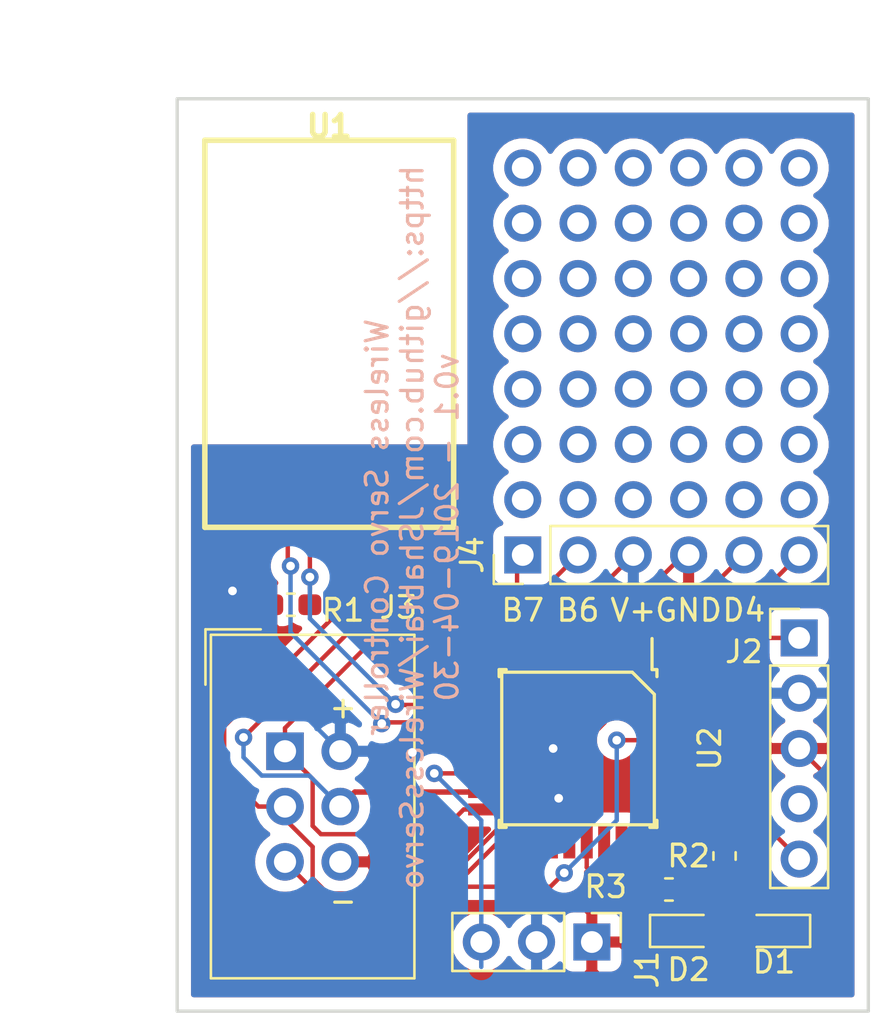
<source format=kicad_pcb>
(kicad_pcb (version 20171130) (host pcbnew 5.1.0)

  (general
    (thickness 1.6)
    (drawings 19)
    (tracks 223)
    (zones 0)
    (modules 11)
    (nets 32)
  )

  (page A4)
  (layers
    (0 F.Cu signal)
    (31 B.Cu signal)
    (32 B.Adhes user)
    (33 F.Adhes user)
    (34 B.Paste user)
    (35 F.Paste user hide)
    (36 B.SilkS user)
    (37 F.SilkS user)
    (38 B.Mask user)
    (39 F.Mask user hide)
    (40 Dwgs.User user)
    (41 Cmts.User user)
    (42 Eco1.User user)
    (43 Eco2.User user)
    (44 Edge.Cuts user)
    (45 Margin user)
    (46 B.CrtYd user)
    (47 F.CrtYd user)
    (48 B.Fab user)
    (49 F.Fab user)
  )

  (setup
    (last_trace_width 0.2032)
    (user_trace_width 0.2032)
    (trace_clearance 0.1524)
    (zone_clearance 0.508)
    (zone_45_only no)
    (trace_min 0.2)
    (via_size 0.8)
    (via_drill 0.4)
    (via_min_size 0.4)
    (via_min_drill 0.3)
    (user_via 1.7 1)
    (uvia_size 0.3)
    (uvia_drill 0.1)
    (uvias_allowed no)
    (uvia_min_size 0.2)
    (uvia_min_drill 0.1)
    (edge_width 0.15)
    (segment_width 0.1524)
    (pcb_text_width 0.3)
    (pcb_text_size 1.5 1.5)
    (mod_edge_width 0.15)
    (mod_text_size 1 1)
    (mod_text_width 0.15)
    (pad_size 1.524 1.524)
    (pad_drill 0.762)
    (pad_to_mask_clearance 0.051)
    (solder_mask_min_width 0.25)
    (aux_axis_origin 0 0)
    (visible_elements FFFFFF7F)
    (pcbplotparams
      (layerselection 0x010fc_ffffffff)
      (usegerberextensions false)
      (usegerberattributes false)
      (usegerberadvancedattributes false)
      (creategerberjobfile false)
      (excludeedgelayer true)
      (linewidth 0.100000)
      (plotframeref false)
      (viasonmask false)
      (mode 1)
      (useauxorigin false)
      (hpglpennumber 1)
      (hpglpenspeed 20)
      (hpglpendiameter 15.000000)
      (psnegative false)
      (psa4output false)
      (plotreference true)
      (plotvalue true)
      (plotinvisibletext false)
      (padsonsilk false)
      (subtractmaskfromsilk false)
      (outputformat 1)
      (mirror false)
      (drillshape 1)
      (scaleselection 1)
      (outputdirectory ""))
  )

  (net 0 "")
  (net 1 GND)
  (net 2 VCC)
  (net 3 "Net-(J2-Pad4)")
  (net 4 /MISO)
  (net 5 /SCK)
  (net 6 /MOSI)
  (net 7 /~RST)
  (net 8 /NRF_SEL)
  (net 9 /NRF_CE)
  (net 10 /IRQ)
  (net 11 "Net-(U2-Pad12)")
  (net 12 "Net-(U2-Pad13)")
  (net 13 "Net-(U2-Pad19)")
  (net 14 "Net-(U2-Pad20)")
  (net 15 "Net-(U2-Pad22)")
  (net 16 "Net-(U2-Pad25)")
  (net 17 "Net-(U2-Pad26)")
  (net 18 "Net-(U2-Pad30)")
  (net 19 "Net-(U2-Pad31)")
  (net 20 "Net-(U2-Pad32)")
  (net 21 /SCL)
  (net 22 /SDA)
  (net 23 /ESC_SIG)
  (net 24 "Net-(D1-Pad2)")
  (net 25 "Net-(D2-Pad2)")
  (net 26 "Net-(R2-Pad2)")
  (net 27 "Net-(R3-Pad2)")
  (net 28 /BR_1)
  (net 29 /BR_2)
  (net 30 /BR_5)
  (net 31 /BR_6)

  (net_class Default "This is the default net class."
    (clearance 0.1524)
    (trace_width 0.25)
    (via_dia 0.8)
    (via_drill 0.4)
    (uvia_dia 0.3)
    (uvia_drill 0.1)
    (add_net /BR_1)
    (add_net /BR_2)
    (add_net /BR_5)
    (add_net /BR_6)
    (add_net /ESC_SIG)
    (add_net /IRQ)
    (add_net /MISO)
    (add_net /MOSI)
    (add_net /NRF_CE)
    (add_net /NRF_SEL)
    (add_net /SCK)
    (add_net /SCL)
    (add_net /SDA)
    (add_net /~RST)
    (add_net GND)
    (add_net "Net-(D1-Pad2)")
    (add_net "Net-(D2-Pad2)")
    (add_net "Net-(J2-Pad4)")
    (add_net "Net-(R2-Pad2)")
    (add_net "Net-(R3-Pad2)")
    (add_net "Net-(U2-Pad12)")
    (add_net "Net-(U2-Pad13)")
    (add_net "Net-(U2-Pad19)")
    (add_net "Net-(U2-Pad20)")
    (add_net "Net-(U2-Pad22)")
    (add_net "Net-(U2-Pad25)")
    (add_net "Net-(U2-Pad26)")
    (add_net "Net-(U2-Pad30)")
    (add_net "Net-(U2-Pad31)")
    (add_net "Net-(U2-Pad32)")
    (add_net VCC)
  )

  (module Package_QFP:TQFP-32_7x7mm_P0.8mm (layer F.Cu) (tedit 5A02F146) (tstamp 5CC7045B)
    (at 88.9 107.95 270)
    (descr "32-Lead Plastic Thin Quad Flatpack (PT) - 7x7x1.0 mm Body, 2.00 mm [TQFP] (see Microchip Packaging Specification 00000049BS.pdf)")
    (tags "QFP 0.8")
    (path /5CC67AE7)
    (attr smd)
    (fp_text reference U2 (at 0 -6.05 270) (layer F.SilkS)
      (effects (font (size 1 1) (thickness 0.15)))
    )
    (fp_text value ATmega168-20AU (at 0 6.05 270) (layer F.Fab)
      (effects (font (size 1 1) (thickness 0.15)))
    )
    (fp_text user %R (at 0 0 270) (layer F.Fab)
      (effects (font (size 1 1) (thickness 0.15)))
    )
    (fp_line (start -2.5 -3.5) (end 3.5 -3.5) (layer F.Fab) (width 0.15))
    (fp_line (start 3.5 -3.5) (end 3.5 3.5) (layer F.Fab) (width 0.15))
    (fp_line (start 3.5 3.5) (end -3.5 3.5) (layer F.Fab) (width 0.15))
    (fp_line (start -3.5 3.5) (end -3.5 -2.5) (layer F.Fab) (width 0.15))
    (fp_line (start -3.5 -2.5) (end -2.5 -3.5) (layer F.Fab) (width 0.15))
    (fp_line (start -5.3 -5.3) (end -5.3 5.3) (layer F.CrtYd) (width 0.05))
    (fp_line (start 5.3 -5.3) (end 5.3 5.3) (layer F.CrtYd) (width 0.05))
    (fp_line (start -5.3 -5.3) (end 5.3 -5.3) (layer F.CrtYd) (width 0.05))
    (fp_line (start -5.3 5.3) (end 5.3 5.3) (layer F.CrtYd) (width 0.05))
    (fp_line (start -3.625 -3.625) (end -3.625 -3.4) (layer F.SilkS) (width 0.15))
    (fp_line (start 3.625 -3.625) (end 3.625 -3.3) (layer F.SilkS) (width 0.15))
    (fp_line (start 3.625 3.625) (end 3.625 3.3) (layer F.SilkS) (width 0.15))
    (fp_line (start -3.625 3.625) (end -3.625 3.3) (layer F.SilkS) (width 0.15))
    (fp_line (start -3.625 -3.625) (end -3.3 -3.625) (layer F.SilkS) (width 0.15))
    (fp_line (start -3.625 3.625) (end -3.3 3.625) (layer F.SilkS) (width 0.15))
    (fp_line (start 3.625 3.625) (end 3.3 3.625) (layer F.SilkS) (width 0.15))
    (fp_line (start 3.625 -3.625) (end 3.3 -3.625) (layer F.SilkS) (width 0.15))
    (fp_line (start -3.625 -3.4) (end -5.05 -3.4) (layer F.SilkS) (width 0.15))
    (pad 1 smd rect (at -4.25 -2.8 270) (size 1.6 0.55) (layers F.Cu F.Paste F.Mask)
      (net 31 /BR_6))
    (pad 2 smd rect (at -4.25 -2 270) (size 1.6 0.55) (layers F.Cu F.Paste F.Mask)
      (net 30 /BR_5))
    (pad 3 smd rect (at -4.25 -1.2 270) (size 1.6 0.55) (layers F.Cu F.Paste F.Mask)
      (net 1 GND))
    (pad 4 smd rect (at -4.25 -0.4 270) (size 1.6 0.55) (layers F.Cu F.Paste F.Mask)
      (net 2 VCC))
    (pad 5 smd rect (at -4.25 0.4 270) (size 1.6 0.55) (layers F.Cu F.Paste F.Mask)
      (net 1 GND))
    (pad 6 smd rect (at -4.25 1.2 270) (size 1.6 0.55) (layers F.Cu F.Paste F.Mask)
      (net 2 VCC))
    (pad 7 smd rect (at -4.25 2 270) (size 1.6 0.55) (layers F.Cu F.Paste F.Mask)
      (net 29 /BR_2))
    (pad 8 smd rect (at -4.25 2.8 270) (size 1.6 0.55) (layers F.Cu F.Paste F.Mask)
      (net 28 /BR_1))
    (pad 9 smd rect (at -2.8 4.25) (size 1.6 0.55) (layers F.Cu F.Paste F.Mask)
      (net 10 /IRQ))
    (pad 10 smd rect (at -2 4.25) (size 1.6 0.55) (layers F.Cu F.Paste F.Mask)
      (net 8 /NRF_SEL))
    (pad 11 smd rect (at -1.2 4.25) (size 1.6 0.55) (layers F.Cu F.Paste F.Mask)
      (net 9 /NRF_CE))
    (pad 12 smd rect (at -0.4 4.25) (size 1.6 0.55) (layers F.Cu F.Paste F.Mask)
      (net 11 "Net-(U2-Pad12)"))
    (pad 13 smd rect (at 0.4 4.25) (size 1.6 0.55) (layers F.Cu F.Paste F.Mask)
      (net 12 "Net-(U2-Pad13)"))
    (pad 14 smd rect (at 1.2 4.25) (size 1.6 0.55) (layers F.Cu F.Paste F.Mask)
      (net 23 /ESC_SIG))
    (pad 15 smd rect (at 2 4.25) (size 1.6 0.55) (layers F.Cu F.Paste F.Mask)
      (net 6 /MOSI))
    (pad 16 smd rect (at 2.8 4.25) (size 1.6 0.55) (layers F.Cu F.Paste F.Mask)
      (net 4 /MISO))
    (pad 17 smd rect (at 4.25 2.8 270) (size 1.6 0.55) (layers F.Cu F.Paste F.Mask)
      (net 5 /SCK))
    (pad 18 smd rect (at 4.25 2 270) (size 1.6 0.55) (layers F.Cu F.Paste F.Mask)
      (net 2 VCC))
    (pad 19 smd rect (at 4.25 1.2 270) (size 1.6 0.55) (layers F.Cu F.Paste F.Mask)
      (net 13 "Net-(U2-Pad19)"))
    (pad 20 smd rect (at 4.25 0.4 270) (size 1.6 0.55) (layers F.Cu F.Paste F.Mask)
      (net 14 "Net-(U2-Pad20)"))
    (pad 21 smd rect (at 4.25 -0.4 270) (size 1.6 0.55) (layers F.Cu F.Paste F.Mask)
      (net 1 GND))
    (pad 22 smd rect (at 4.25 -1.2 270) (size 1.6 0.55) (layers F.Cu F.Paste F.Mask)
      (net 15 "Net-(U2-Pad22)"))
    (pad 23 smd rect (at 4.25 -2 270) (size 1.6 0.55) (layers F.Cu F.Paste F.Mask)
      (net 27 "Net-(R3-Pad2)"))
    (pad 24 smd rect (at 4.25 -2.8 270) (size 1.6 0.55) (layers F.Cu F.Paste F.Mask)
      (net 26 "Net-(R2-Pad2)"))
    (pad 25 smd rect (at 2.8 -4.25) (size 1.6 0.55) (layers F.Cu F.Paste F.Mask)
      (net 16 "Net-(U2-Pad25)"))
    (pad 26 smd rect (at 2 -4.25) (size 1.6 0.55) (layers F.Cu F.Paste F.Mask)
      (net 17 "Net-(U2-Pad26)"))
    (pad 27 smd rect (at 1.2 -4.25) (size 1.6 0.55) (layers F.Cu F.Paste F.Mask)
      (net 22 /SDA))
    (pad 28 smd rect (at 0.4 -4.25) (size 1.6 0.55) (layers F.Cu F.Paste F.Mask)
      (net 21 /SCL))
    (pad 29 smd rect (at -0.4 -4.25) (size 1.6 0.55) (layers F.Cu F.Paste F.Mask)
      (net 7 /~RST))
    (pad 30 smd rect (at -1.2 -4.25) (size 1.6 0.55) (layers F.Cu F.Paste F.Mask)
      (net 18 "Net-(U2-Pad30)"))
    (pad 31 smd rect (at -2 -4.25) (size 1.6 0.55) (layers F.Cu F.Paste F.Mask)
      (net 19 "Net-(U2-Pad31)"))
    (pad 32 smd rect (at -2.8 -4.25) (size 1.6 0.55) (layers F.Cu F.Paste F.Mask)
      (net 20 "Net-(U2-Pad32)"))
    (model ${KISYS3DMOD}/Package_QFP.3dshapes/TQFP-32_7x7mm_P0.8mm.wrl
      (at (xyz 0 0 0))
      (scale (xyz 1 1 1))
      (rotate (xyz 0 0 0))
    )
  )

  (module Connector_IDC:IDC-Header_2x03_P2.54mm_Vertical (layer F.Cu) (tedit 59DE0819) (tstamp 5CC70769)
    (at 75.438 108.077)
    (descr "Through hole straight IDC box header, 2x03, 2.54mm pitch, double rows")
    (tags "Through hole IDC box header THT 2x03 2.54mm double row")
    (path /5CC74638)
    (fp_text reference J3 (at 5.207 -6.604) (layer F.SilkS)
      (effects (font (size 1 1) (thickness 0.15)))
    )
    (fp_text value AVR-ISP-6 (at 1.27 11.684) (layer F.Fab)
      (effects (font (size 1 1) (thickness 0.15)))
    )
    (fp_text user %R (at 1.27 2.54) (layer F.Fab)
      (effects (font (size 1 1) (thickness 0.15)))
    )
    (fp_line (start 5.695 -5.1) (end 5.695 10.18) (layer F.Fab) (width 0.1))
    (fp_line (start 5.145 -4.56) (end 5.145 9.62) (layer F.Fab) (width 0.1))
    (fp_line (start -3.155 -5.1) (end -3.155 10.18) (layer F.Fab) (width 0.1))
    (fp_line (start -2.605 -4.56) (end -2.605 0.29) (layer F.Fab) (width 0.1))
    (fp_line (start -2.605 4.79) (end -2.605 9.62) (layer F.Fab) (width 0.1))
    (fp_line (start -2.605 0.29) (end -3.155 0.29) (layer F.Fab) (width 0.1))
    (fp_line (start -2.605 4.79) (end -3.155 4.79) (layer F.Fab) (width 0.1))
    (fp_line (start 5.695 -5.1) (end -3.155 -5.1) (layer F.Fab) (width 0.1))
    (fp_line (start 5.145 -4.56) (end -2.605 -4.56) (layer F.Fab) (width 0.1))
    (fp_line (start 5.695 10.18) (end -3.155 10.18) (layer F.Fab) (width 0.1))
    (fp_line (start 5.145 9.62) (end -2.605 9.62) (layer F.Fab) (width 0.1))
    (fp_line (start 5.695 -5.1) (end 5.145 -4.56) (layer F.Fab) (width 0.1))
    (fp_line (start 5.695 10.18) (end 5.145 9.62) (layer F.Fab) (width 0.1))
    (fp_line (start -3.155 -5.1) (end -2.605 -4.56) (layer F.Fab) (width 0.1))
    (fp_line (start -3.155 10.18) (end -2.605 9.62) (layer F.Fab) (width 0.1))
    (fp_line (start 5.95 -5.35) (end 5.95 10.43) (layer F.CrtYd) (width 0.05))
    (fp_line (start 5.95 10.43) (end -3.41 10.43) (layer F.CrtYd) (width 0.05))
    (fp_line (start -3.41 10.43) (end -3.41 -5.35) (layer F.CrtYd) (width 0.05))
    (fp_line (start -3.41 -5.35) (end 5.95 -5.35) (layer F.CrtYd) (width 0.05))
    (fp_line (start 5.945 -5.35) (end 5.945 10.43) (layer F.SilkS) (width 0.12))
    (fp_line (start 5.945 10.43) (end -3.405 10.43) (layer F.SilkS) (width 0.12))
    (fp_line (start -3.405 10.43) (end -3.405 -5.35) (layer F.SilkS) (width 0.12))
    (fp_line (start -3.405 -5.35) (end 5.945 -5.35) (layer F.SilkS) (width 0.12))
    (fp_line (start -3.655 -5.6) (end -3.655 -3.06) (layer F.SilkS) (width 0.12))
    (fp_line (start -3.655 -5.6) (end -1.115 -5.6) (layer F.SilkS) (width 0.12))
    (pad 1 thru_hole rect (at 0 0) (size 1.7272 1.7272) (drill 1.016) (layers *.Cu *.Mask)
      (net 4 /MISO))
    (pad 2 thru_hole oval (at 2.54 0) (size 1.7272 1.7272) (drill 1.016) (layers *.Cu *.Mask)
      (net 2 VCC))
    (pad 3 thru_hole oval (at 0 2.54) (size 1.7272 1.7272) (drill 1.016) (layers *.Cu *.Mask)
      (net 5 /SCK))
    (pad 4 thru_hole oval (at 2.54 2.54) (size 1.7272 1.7272) (drill 1.016) (layers *.Cu *.Mask)
      (net 6 /MOSI))
    (pad 5 thru_hole oval (at 0 5.08) (size 1.7272 1.7272) (drill 1.016) (layers *.Cu *.Mask)
      (net 7 /~RST))
    (pad 6 thru_hole oval (at 2.54 5.08) (size 1.7272 1.7272) (drill 1.016) (layers *.Cu *.Mask)
      (net 1 GND))
    (model ${KISYS3DMOD}/Connector_IDC.3dshapes/IDC-Header_2x03_P2.54mm_Vertical.wrl
      (at (xyz 0 0 0))
      (scale (xyz 1 1 1))
      (rotate (xyz 0 0 0))
    )
  )

  (module kicad:NRF24L01_SMD (layer F.Cu) (tedit 5CC66492) (tstamp 5CC7F406)
    (at 77.47 88.9)
    (path /5CC66F15)
    (fp_text reference U1 (at 0 -9.525) (layer F.SilkS)
      (effects (font (size 1 1) (thickness 0.25)))
    )
    (fp_text value NRF24L01 (at 0 10.795) (layer F.Fab)
      (effects (font (size 1 1) (thickness 0.15)))
    )
    (fp_line (start -5.715 8.89) (end 5.715 8.89) (layer F.SilkS) (width 0.254))
    (fp_line (start 5.715 8.89) (end 5.715 -8.89) (layer F.SilkS) (width 0.254))
    (fp_line (start 5.715 -8.89) (end -5.715 -8.89) (layer F.SilkS) (width 0.254))
    (fp_line (start -5.715 -8.89) (end -5.715 8.89) (layer F.SilkS) (width 0.254))
    (pad 1 smd rect (at -4.445 8.89) (size 1.016 1.524) (layers F.Cu F.Paste F.Mask)
      (net 2 VCC))
    (pad 2 smd rect (at -3.175 8.89) (size 1.016 1.524) (layers F.Cu F.Paste F.Mask)
      (net 1 GND))
    (pad 3 smd rect (at -1.905 8.89) (size 1.016 1.524) (layers F.Cu F.Paste F.Mask)
      (net 9 /NRF_CE))
    (pad 4 smd rect (at -0.635 8.89) (size 1.016 1.524) (layers F.Cu F.Paste F.Mask)
      (net 8 /NRF_SEL))
    (pad 5 smd rect (at 0.635 8.89) (size 1.016 1.524) (layers F.Cu F.Paste F.Mask)
      (net 5 /SCK))
    (pad 6 smd rect (at 1.905 8.89) (size 1.016 1.524) (layers F.Cu F.Paste F.Mask)
      (net 6 /MOSI))
    (pad 7 smd rect (at 3.175 8.89) (size 1.016 1.524) (layers F.Cu F.Paste F.Mask)
      (net 4 /MISO))
    (pad 8 smd rect (at 4.445 8.89) (size 1.016 1.524) (layers F.Cu F.Paste F.Mask)
      (net 10 /IRQ))
  )

  (module Connector_PinHeader_2.54mm:PinHeader_1x03_P2.54mm_Vertical (layer F.Cu) (tedit 59FED5CC) (tstamp 5CC7AD9F)
    (at 89.535 116.84 270)
    (descr "Through hole straight pin header, 1x03, 2.54mm pitch, single row")
    (tags "Through hole pin header THT 1x03 2.54mm single row")
    (path /5CC7BF14)
    (fp_text reference J1 (at 1.27 -2.54 270) (layer F.SilkS)
      (effects (font (size 1 1) (thickness 0.15)))
    )
    (fp_text value ESC (at 0 7.41 270) (layer F.Fab)
      (effects (font (size 1 1) (thickness 0.15)))
    )
    (fp_line (start -0.635 -1.27) (end 1.27 -1.27) (layer F.Fab) (width 0.1))
    (fp_line (start 1.27 -1.27) (end 1.27 6.35) (layer F.Fab) (width 0.1))
    (fp_line (start 1.27 6.35) (end -1.27 6.35) (layer F.Fab) (width 0.1))
    (fp_line (start -1.27 6.35) (end -1.27 -0.635) (layer F.Fab) (width 0.1))
    (fp_line (start -1.27 -0.635) (end -0.635 -1.27) (layer F.Fab) (width 0.1))
    (fp_line (start -1.33 6.41) (end 1.33 6.41) (layer F.SilkS) (width 0.12))
    (fp_line (start -1.33 1.27) (end -1.33 6.41) (layer F.SilkS) (width 0.12))
    (fp_line (start 1.33 1.27) (end 1.33 6.41) (layer F.SilkS) (width 0.12))
    (fp_line (start -1.33 1.27) (end 1.33 1.27) (layer F.SilkS) (width 0.12))
    (fp_line (start -1.33 0) (end -1.33 -1.33) (layer F.SilkS) (width 0.12))
    (fp_line (start -1.33 -1.33) (end 0 -1.33) (layer F.SilkS) (width 0.12))
    (fp_line (start -1.8 -1.8) (end -1.8 6.85) (layer F.CrtYd) (width 0.05))
    (fp_line (start -1.8 6.85) (end 1.8 6.85) (layer F.CrtYd) (width 0.05))
    (fp_line (start 1.8 6.85) (end 1.8 -1.8) (layer F.CrtYd) (width 0.05))
    (fp_line (start 1.8 -1.8) (end -1.8 -1.8) (layer F.CrtYd) (width 0.05))
    (fp_text user %R (at 0 2.54) (layer F.Fab)
      (effects (font (size 1 1) (thickness 0.15)))
    )
    (pad 1 thru_hole rect (at 0 0 270) (size 1.7 1.7) (drill 1) (layers *.Cu *.Mask)
      (net 1 GND))
    (pad 2 thru_hole oval (at 0 2.54 270) (size 1.7 1.7) (drill 1) (layers *.Cu *.Mask)
      (net 2 VCC))
    (pad 3 thru_hole oval (at 0 5.08 270) (size 1.7 1.7) (drill 1) (layers *.Cu *.Mask)
      (net 23 /ESC_SIG))
    (model ${KISYS3DMOD}/Connector_PinHeader_2.54mm.3dshapes/PinHeader_1x03_P2.54mm_Vertical.wrl
      (at (xyz 0 0 0))
      (scale (xyz 1 1 1))
      (rotate (xyz 0 0 0))
    )
  )

  (module Connector_PinHeader_2.54mm:PinHeader_1x05_P2.54mm_Vertical (layer F.Cu) (tedit 59FED5CC) (tstamp 5CC7A761)
    (at 99.06 102.87)
    (descr "Through hole straight pin header, 1x05, 2.54mm pitch, single row")
    (tags "Through hole pin header THT 1x05 2.54mm single row")
    (path /5CC7CDBF)
    (fp_text reference J2 (at -2.54 0.635) (layer F.SilkS)
      (effects (font (size 1 1) (thickness 0.15)))
    )
    (fp_text value WiiChuck (at 0 12.49) (layer F.Fab)
      (effects (font (size 1 1) (thickness 0.15)))
    )
    (fp_line (start -0.635 -1.27) (end 1.27 -1.27) (layer F.Fab) (width 0.1))
    (fp_line (start 1.27 -1.27) (end 1.27 11.43) (layer F.Fab) (width 0.1))
    (fp_line (start 1.27 11.43) (end -1.27 11.43) (layer F.Fab) (width 0.1))
    (fp_line (start -1.27 11.43) (end -1.27 -0.635) (layer F.Fab) (width 0.1))
    (fp_line (start -1.27 -0.635) (end -0.635 -1.27) (layer F.Fab) (width 0.1))
    (fp_line (start -1.33 11.49) (end 1.33 11.49) (layer F.SilkS) (width 0.12))
    (fp_line (start -1.33 1.27) (end -1.33 11.49) (layer F.SilkS) (width 0.12))
    (fp_line (start 1.33 1.27) (end 1.33 11.49) (layer F.SilkS) (width 0.12))
    (fp_line (start -1.33 1.27) (end 1.33 1.27) (layer F.SilkS) (width 0.12))
    (fp_line (start -1.33 0) (end -1.33 -1.33) (layer F.SilkS) (width 0.12))
    (fp_line (start -1.33 -1.33) (end 0 -1.33) (layer F.SilkS) (width 0.12))
    (fp_line (start -1.8 -1.8) (end -1.8 11.95) (layer F.CrtYd) (width 0.05))
    (fp_line (start -1.8 11.95) (end 1.8 11.95) (layer F.CrtYd) (width 0.05))
    (fp_line (start 1.8 11.95) (end 1.8 -1.8) (layer F.CrtYd) (width 0.05))
    (fp_line (start 1.8 -1.8) (end -1.8 -1.8) (layer F.CrtYd) (width 0.05))
    (fp_text user %R (at 0 5.08 90) (layer F.Fab)
      (effects (font (size 1 1) (thickness 0.15)))
    )
    (pad 1 thru_hole rect (at 0 0) (size 1.7 1.7) (drill 1) (layers *.Cu *.Mask)
      (net 21 /SCL))
    (pad 2 thru_hole oval (at 0 2.54) (size 1.7 1.7) (drill 1) (layers *.Cu *.Mask)
      (net 2 VCC))
    (pad 3 thru_hole oval (at 0 5.08) (size 1.7 1.7) (drill 1) (layers *.Cu *.Mask)
      (net 1 GND))
    (pad 4 thru_hole oval (at 0 7.62) (size 1.7 1.7) (drill 1) (layers *.Cu *.Mask)
      (net 3 "Net-(J2-Pad4)"))
    (pad 5 thru_hole oval (at 0 10.16) (size 1.7 1.7) (drill 1) (layers *.Cu *.Mask)
      (net 22 /SDA))
    (model ${KISYS3DMOD}/Connector_PinHeader_2.54mm.3dshapes/PinHeader_1x05_P2.54mm_Vertical.wrl
      (at (xyz 0 0 0))
      (scale (xyz 1 1 1))
      (rotate (xyz 0 0 0))
    )
  )

  (module Resistor_SMD:R_0603_1608Metric_Pad1.05x0.95mm_HandSolder (layer F.Cu) (tedit 5B301BBD) (tstamp 5CC7AA0F)
    (at 75.706 101.346)
    (descr "Resistor SMD 0603 (1608 Metric), square (rectangular) end terminal, IPC_7351 nominal with elongated pad for handsoldering. (Body size source: http://www.tortai-tech.com/upload/download/2011102023233369053.pdf), generated with kicad-footprint-generator")
    (tags "resistor handsolder")
    (path /5CC81E52)
    (attr smd)
    (fp_text reference R1 (at 2.399 0.254) (layer F.SilkS)
      (effects (font (size 1 1) (thickness 0.15)))
    )
    (fp_text value R_US (at 0 1.43) (layer F.Fab)
      (effects (font (size 1 1) (thickness 0.15)))
    )
    (fp_line (start -0.8 0.4) (end -0.8 -0.4) (layer F.Fab) (width 0.1))
    (fp_line (start -0.8 -0.4) (end 0.8 -0.4) (layer F.Fab) (width 0.1))
    (fp_line (start 0.8 -0.4) (end 0.8 0.4) (layer F.Fab) (width 0.1))
    (fp_line (start 0.8 0.4) (end -0.8 0.4) (layer F.Fab) (width 0.1))
    (fp_line (start -0.171267 -0.51) (end 0.171267 -0.51) (layer F.SilkS) (width 0.12))
    (fp_line (start -0.171267 0.51) (end 0.171267 0.51) (layer F.SilkS) (width 0.12))
    (fp_line (start -1.65 0.73) (end -1.65 -0.73) (layer F.CrtYd) (width 0.05))
    (fp_line (start -1.65 -0.73) (end 1.65 -0.73) (layer F.CrtYd) (width 0.05))
    (fp_line (start 1.65 -0.73) (end 1.65 0.73) (layer F.CrtYd) (width 0.05))
    (fp_line (start 1.65 0.73) (end -1.65 0.73) (layer F.CrtYd) (width 0.05))
    (fp_text user %R (at 0 0) (layer F.Fab)
      (effects (font (size 0.4 0.4) (thickness 0.06)))
    )
    (pad 1 smd roundrect (at -0.875 0) (size 1.05 0.95) (layers F.Cu F.Paste F.Mask) (roundrect_rratio 0.25)
      (net 1 GND))
    (pad 2 smd roundrect (at 0.875 0) (size 1.05 0.95) (layers F.Cu F.Paste F.Mask) (roundrect_rratio 0.25)
      (net 8 /NRF_SEL))
    (model ${KISYS3DMOD}/Resistor_SMD.3dshapes/R_0603_1608Metric.wrl
      (at (xyz 0 0 0))
      (scale (xyz 1 1 1))
      (rotate (xyz 0 0 0))
    )
  )

  (module LED_SMD:LED_0603_1608Metric_Pad1.05x0.95mm_HandSolder (layer F.Cu) (tedit 5B4B45C9) (tstamp 5CC7BE39)
    (at 97.903 116.332 180)
    (descr "LED SMD 0603 (1608 Metric), square (rectangular) end terminal, IPC_7351 nominal, (Body size source: http://www.tortai-tech.com/upload/download/2011102023233369053.pdf), generated with kicad-footprint-generator")
    (tags "LED handsolder")
    (path /5CCB3E86)
    (attr smd)
    (fp_text reference D1 (at 0 -1.43 180) (layer F.SilkS)
      (effects (font (size 1 1) (thickness 0.15)))
    )
    (fp_text value LED (at 0 1.43 180) (layer F.Fab)
      (effects (font (size 1 1) (thickness 0.15)))
    )
    (fp_line (start 0.8 -0.4) (end -0.5 -0.4) (layer F.Fab) (width 0.1))
    (fp_line (start -0.5 -0.4) (end -0.8 -0.1) (layer F.Fab) (width 0.1))
    (fp_line (start -0.8 -0.1) (end -0.8 0.4) (layer F.Fab) (width 0.1))
    (fp_line (start -0.8 0.4) (end 0.8 0.4) (layer F.Fab) (width 0.1))
    (fp_line (start 0.8 0.4) (end 0.8 -0.4) (layer F.Fab) (width 0.1))
    (fp_line (start 0.8 -0.735) (end -1.66 -0.735) (layer F.SilkS) (width 0.12))
    (fp_line (start -1.66 -0.735) (end -1.66 0.735) (layer F.SilkS) (width 0.12))
    (fp_line (start -1.66 0.735) (end 0.8 0.735) (layer F.SilkS) (width 0.12))
    (fp_line (start -1.65 0.73) (end -1.65 -0.73) (layer F.CrtYd) (width 0.05))
    (fp_line (start -1.65 -0.73) (end 1.65 -0.73) (layer F.CrtYd) (width 0.05))
    (fp_line (start 1.65 -0.73) (end 1.65 0.73) (layer F.CrtYd) (width 0.05))
    (fp_line (start 1.65 0.73) (end -1.65 0.73) (layer F.CrtYd) (width 0.05))
    (fp_text user %R (at 0 0 180) (layer F.Fab)
      (effects (font (size 0.4 0.4) (thickness 0.06)))
    )
    (pad 1 smd roundrect (at -0.875 0 180) (size 1.05 0.95) (layers F.Cu F.Paste F.Mask) (roundrect_rratio 0.25)
      (net 1 GND))
    (pad 2 smd roundrect (at 0.875 0 180) (size 1.05 0.95) (layers F.Cu F.Paste F.Mask) (roundrect_rratio 0.25)
      (net 24 "Net-(D1-Pad2)"))
    (model ${KISYS3DMOD}/LED_SMD.3dshapes/LED_0603_1608Metric.wrl
      (at (xyz 0 0 0))
      (scale (xyz 1 1 1))
      (rotate (xyz 0 0 0))
    )
  )

  (module LED_SMD:LED_0603_1608Metric_Pad1.05x0.95mm_HandSolder (layer F.Cu) (tedit 5B4B45C9) (tstamp 5CC7BAC5)
    (at 93.867 116.332)
    (descr "LED SMD 0603 (1608 Metric), square (rectangular) end terminal, IPC_7351 nominal, (Body size source: http://www.tortai-tech.com/upload/download/2011102023233369053.pdf), generated with kicad-footprint-generator")
    (tags "LED handsolder")
    (path /5CCC51CF)
    (attr smd)
    (fp_text reference D2 (at 0.113 1.778) (layer F.SilkS)
      (effects (font (size 1 1) (thickness 0.15)))
    )
    (fp_text value LED (at 0 1.43) (layer F.Fab)
      (effects (font (size 1 1) (thickness 0.15)))
    )
    (fp_text user %R (at 0 0) (layer F.Fab)
      (effects (font (size 0.4 0.4) (thickness 0.06)))
    )
    (fp_line (start 1.65 0.73) (end -1.65 0.73) (layer F.CrtYd) (width 0.05))
    (fp_line (start 1.65 -0.73) (end 1.65 0.73) (layer F.CrtYd) (width 0.05))
    (fp_line (start -1.65 -0.73) (end 1.65 -0.73) (layer F.CrtYd) (width 0.05))
    (fp_line (start -1.65 0.73) (end -1.65 -0.73) (layer F.CrtYd) (width 0.05))
    (fp_line (start -1.66 0.735) (end 0.8 0.735) (layer F.SilkS) (width 0.12))
    (fp_line (start -1.66 -0.735) (end -1.66 0.735) (layer F.SilkS) (width 0.12))
    (fp_line (start 0.8 -0.735) (end -1.66 -0.735) (layer F.SilkS) (width 0.12))
    (fp_line (start 0.8 0.4) (end 0.8 -0.4) (layer F.Fab) (width 0.1))
    (fp_line (start -0.8 0.4) (end 0.8 0.4) (layer F.Fab) (width 0.1))
    (fp_line (start -0.8 -0.1) (end -0.8 0.4) (layer F.Fab) (width 0.1))
    (fp_line (start -0.5 -0.4) (end -0.8 -0.1) (layer F.Fab) (width 0.1))
    (fp_line (start 0.8 -0.4) (end -0.5 -0.4) (layer F.Fab) (width 0.1))
    (pad 2 smd roundrect (at 0.875 0) (size 1.05 0.95) (layers F.Cu F.Paste F.Mask) (roundrect_rratio 0.25)
      (net 25 "Net-(D2-Pad2)"))
    (pad 1 smd roundrect (at -0.875 0) (size 1.05 0.95) (layers F.Cu F.Paste F.Mask) (roundrect_rratio 0.25)
      (net 1 GND))
    (model ${KISYS3DMOD}/LED_SMD.3dshapes/LED_0603_1608Metric.wrl
      (at (xyz 0 0 0))
      (scale (xyz 1 1 1))
      (rotate (xyz 0 0 0))
    )
  )

  (module Resistor_SMD:R_0603_1608Metric_Pad1.05x0.95mm_HandSolder (layer F.Cu) (tedit 5B301BBD) (tstamp 5CC7F30A)
    (at 95.631 112.889 90)
    (descr "Resistor SMD 0603 (1608 Metric), square (rectangular) end terminal, IPC_7351 nominal with elongated pad for handsoldering. (Body size source: http://www.tortai-tech.com/upload/download/2011102023233369053.pdf), generated with kicad-footprint-generator")
    (tags "resistor handsolder")
    (path /5CCB3206)
    (attr smd)
    (fp_text reference R2 (at 0 -1.651 180) (layer F.SilkS)
      (effects (font (size 1 1) (thickness 0.15)))
    )
    (fp_text value 1K (at 0 1.43 90) (layer F.Fab)
      (effects (font (size 1 1) (thickness 0.15)))
    )
    (fp_line (start -0.8 0.4) (end -0.8 -0.4) (layer F.Fab) (width 0.1))
    (fp_line (start -0.8 -0.4) (end 0.8 -0.4) (layer F.Fab) (width 0.1))
    (fp_line (start 0.8 -0.4) (end 0.8 0.4) (layer F.Fab) (width 0.1))
    (fp_line (start 0.8 0.4) (end -0.8 0.4) (layer F.Fab) (width 0.1))
    (fp_line (start -0.171267 -0.51) (end 0.171267 -0.51) (layer F.SilkS) (width 0.12))
    (fp_line (start -0.171267 0.51) (end 0.171267 0.51) (layer F.SilkS) (width 0.12))
    (fp_line (start -1.65 0.73) (end -1.65 -0.73) (layer F.CrtYd) (width 0.05))
    (fp_line (start -1.65 -0.73) (end 1.65 -0.73) (layer F.CrtYd) (width 0.05))
    (fp_line (start 1.65 -0.73) (end 1.65 0.73) (layer F.CrtYd) (width 0.05))
    (fp_line (start 1.65 0.73) (end -1.65 0.73) (layer F.CrtYd) (width 0.05))
    (fp_text user %R (at 0 0 270) (layer F.Fab)
      (effects (font (size 0.4 0.4) (thickness 0.06)))
    )
    (pad 1 smd roundrect (at -0.875 0 90) (size 1.05 0.95) (layers F.Cu F.Paste F.Mask) (roundrect_rratio 0.25)
      (net 24 "Net-(D1-Pad2)"))
    (pad 2 smd roundrect (at 0.875 0 90) (size 1.05 0.95) (layers F.Cu F.Paste F.Mask) (roundrect_rratio 0.25)
      (net 26 "Net-(R2-Pad2)"))
    (model ${KISYS3DMOD}/Resistor_SMD.3dshapes/R_0603_1608Metric.wrl
      (at (xyz 0 0 0))
      (scale (xyz 1 1 1))
      (rotate (xyz 0 0 0))
    )
  )

  (module Resistor_SMD:R_0603_1608Metric_Pad1.05x0.95mm_HandSolder (layer F.Cu) (tedit 5B301BBD) (tstamp 5CC7BAE7)
    (at 93.077 114.427 180)
    (descr "Resistor SMD 0603 (1608 Metric), square (rectangular) end terminal, IPC_7351 nominal with elongated pad for handsoldering. (Body size source: http://www.tortai-tech.com/upload/download/2011102023233369053.pdf), generated with kicad-footprint-generator")
    (tags "resistor handsolder")
    (path /5CCC4C31)
    (attr smd)
    (fp_text reference R3 (at 2.907 0.127 180) (layer F.SilkS)
      (effects (font (size 1 1) (thickness 0.15)))
    )
    (fp_text value 1K (at 0 1.43 180) (layer F.Fab)
      (effects (font (size 1 1) (thickness 0.15)))
    )
    (fp_text user %R (at 0 0 180) (layer F.Fab)
      (effects (font (size 0.4 0.4) (thickness 0.06)))
    )
    (fp_line (start 1.65 0.73) (end -1.65 0.73) (layer F.CrtYd) (width 0.05))
    (fp_line (start 1.65 -0.73) (end 1.65 0.73) (layer F.CrtYd) (width 0.05))
    (fp_line (start -1.65 -0.73) (end 1.65 -0.73) (layer F.CrtYd) (width 0.05))
    (fp_line (start -1.65 0.73) (end -1.65 -0.73) (layer F.CrtYd) (width 0.05))
    (fp_line (start -0.171267 0.51) (end 0.171267 0.51) (layer F.SilkS) (width 0.12))
    (fp_line (start -0.171267 -0.51) (end 0.171267 -0.51) (layer F.SilkS) (width 0.12))
    (fp_line (start 0.8 0.4) (end -0.8 0.4) (layer F.Fab) (width 0.1))
    (fp_line (start 0.8 -0.4) (end 0.8 0.4) (layer F.Fab) (width 0.1))
    (fp_line (start -0.8 -0.4) (end 0.8 -0.4) (layer F.Fab) (width 0.1))
    (fp_line (start -0.8 0.4) (end -0.8 -0.4) (layer F.Fab) (width 0.1))
    (pad 2 smd roundrect (at 0.875 0 180) (size 1.05 0.95) (layers F.Cu F.Paste F.Mask) (roundrect_rratio 0.25)
      (net 27 "Net-(R3-Pad2)"))
    (pad 1 smd roundrect (at -0.875 0 180) (size 1.05 0.95) (layers F.Cu F.Paste F.Mask) (roundrect_rratio 0.25)
      (net 25 "Net-(D2-Pad2)"))
    (model ${KISYS3DMOD}/Resistor_SMD.3dshapes/R_0603_1608Metric.wrl
      (at (xyz 0 0 0))
      (scale (xyz 1 1 1))
      (rotate (xyz 0 0 0))
    )
  )

  (module Connector_PinHeader_2.54mm:PinHeader_1x06_P2.54mm_Vertical (layer F.Cu) (tedit 59FED5CC) (tstamp 5CC7CBE6)
    (at 86.36 99.06 90)
    (descr "Through hole straight pin header, 1x06, 2.54mm pitch, single row")
    (tags "Through hole pin header THT 1x06 2.54mm single row")
    (path /5CD168F8)
    (fp_text reference J4 (at 0 -2.33 90) (layer F.SilkS)
      (effects (font (size 1 1) (thickness 0.15)))
    )
    (fp_text value Conn_01x06_Male (at 0 15.03 90) (layer F.Fab)
      (effects (font (size 1 1) (thickness 0.15)))
    )
    (fp_line (start -0.635 -1.27) (end 1.27 -1.27) (layer F.Fab) (width 0.1))
    (fp_line (start 1.27 -1.27) (end 1.27 13.97) (layer F.Fab) (width 0.1))
    (fp_line (start 1.27 13.97) (end -1.27 13.97) (layer F.Fab) (width 0.1))
    (fp_line (start -1.27 13.97) (end -1.27 -0.635) (layer F.Fab) (width 0.1))
    (fp_line (start -1.27 -0.635) (end -0.635 -1.27) (layer F.Fab) (width 0.1))
    (fp_line (start -1.33 14.03) (end 1.33 14.03) (layer F.SilkS) (width 0.12))
    (fp_line (start -1.33 1.27) (end -1.33 14.03) (layer F.SilkS) (width 0.12))
    (fp_line (start 1.33 1.27) (end 1.33 14.03) (layer F.SilkS) (width 0.12))
    (fp_line (start -1.33 1.27) (end 1.33 1.27) (layer F.SilkS) (width 0.12))
    (fp_line (start -1.33 0) (end -1.33 -1.33) (layer F.SilkS) (width 0.12))
    (fp_line (start -1.33 -1.33) (end 0 -1.33) (layer F.SilkS) (width 0.12))
    (fp_line (start -1.8 -1.8) (end -1.8 14.5) (layer F.CrtYd) (width 0.05))
    (fp_line (start -1.8 14.5) (end 1.8 14.5) (layer F.CrtYd) (width 0.05))
    (fp_line (start 1.8 14.5) (end 1.8 -1.8) (layer F.CrtYd) (width 0.05))
    (fp_line (start 1.8 -1.8) (end -1.8 -1.8) (layer F.CrtYd) (width 0.05))
    (fp_text user %R (at 0 6.35 180) (layer F.Fab)
      (effects (font (size 1 1) (thickness 0.15)))
    )
    (pad 1 thru_hole rect (at 0 0 90) (size 1.7 1.7) (drill 1) (layers *.Cu *.Mask)
      (net 28 /BR_1))
    (pad 2 thru_hole oval (at 0 2.54 90) (size 1.7 1.7) (drill 1) (layers *.Cu *.Mask)
      (net 29 /BR_2))
    (pad 3 thru_hole oval (at 0 5.08 90) (size 1.7 1.7) (drill 1) (layers *.Cu *.Mask)
      (net 2 VCC))
    (pad 4 thru_hole oval (at 0 7.62 90) (size 1.7 1.7) (drill 1) (layers *.Cu *.Mask)
      (net 1 GND))
    (pad 5 thru_hole oval (at 0 10.16 90) (size 1.7 1.7) (drill 1) (layers *.Cu *.Mask)
      (net 30 /BR_5))
    (pad 6 thru_hole oval (at 0 12.7 90) (size 1.7 1.7) (drill 1) (layers *.Cu *.Mask)
      (net 31 /BR_6))
    (model ${KISYS3DMOD}/Connector_PinHeader_2.54mm.3dshapes/PinHeader_1x06_P2.54mm_Vertical.wrl
      (at (xyz 0 0 0))
      (scale (xyz 1 1 1))
      (rotate (xyz 0 0 0))
    )
  )

  (gr_text "Wireless Servo Controller\nhttps://github.com/JShabtai/WirelessServo\nv0.1 - 2019-04-30" (at 81.28 97.79 90) (layer B.SilkS)
    (effects (font (size 1 1) (thickness 0.15)) (justify mirror))
  )
  (gr_line (start 85.3948 104.4448) (end 91.3892 104.4448) (layer F.SilkS) (width 0.15) (tstamp 5CC7F51C))
  (gr_line (start 85.3948 111.4552) (end 85.3948 104.4448) (layer F.SilkS) (width 0.15))
  (gr_line (start 92.3798 111.4552) (end 85.3948 111.4552) (layer F.SilkS) (width 0.15))
  (gr_line (start 92.4052 105.4608) (end 92.4052 111.4552) (layer F.SilkS) (width 0.15))
  (gr_line (start 91.3892 104.4448) (end 92.4052 105.4608) (layer F.SilkS) (width 0.15))
  (gr_text - (at 78.105 114.935) (layer F.SilkS)
    (effects (font (size 1 1) (thickness 0.15)))
  )
  (gr_text + (at 78.105 106.045) (layer F.SilkS)
    (effects (font (size 1 1) (thickness 0.15)))
  )
  (gr_text D4 (at 96.52 101.6) (layer F.SilkS)
    (effects (font (size 1 1) (thickness 0.15)))
  )
  (gr_text B7 (at 86.36 101.6) (layer F.SilkS)
    (effects (font (size 1 1) (thickness 0.15)))
  )
  (gr_text B6 (at 88.9 101.6) (layer F.SilkS)
    (effects (font (size 1 1) (thickness 0.15)))
  )
  (gr_text V+ (at 91.44 101.6) (layer F.SilkS)
    (effects (font (size 1 1) (thickness 0.15)))
  )
  (gr_text GND (at 93.98 101.6) (layer F.SilkS)
    (effects (font (size 1 1) (thickness 0.15)))
  )
  (dimension 41.91 (width 0.15) (layer Dwgs.User)
    (gr_text "41.910 mm" (at 66.01 99.06 270) (layer Dwgs.User)
      (effects (font (size 1 1) (thickness 0.15)))
    )
    (feature1 (pts (xy 70.485 120.015) (xy 66.723579 120.015)))
    (feature2 (pts (xy 70.485 78.105) (xy 66.723579 78.105)))
    (crossbar (pts (xy 67.31 78.105) (xy 67.31 120.015)))
    (arrow1a (pts (xy 67.31 120.015) (xy 66.723579 118.888496)))
    (arrow1b (pts (xy 67.31 120.015) (xy 67.896421 118.888496)))
    (arrow2a (pts (xy 67.31 78.105) (xy 66.723579 79.231504)))
    (arrow2b (pts (xy 67.31 78.105) (xy 67.896421 79.231504)))
  )
  (dimension 31.75 (width 0.15) (layer Dwgs.User)
    (gr_text "31.750 mm" (at 86.36 74.265001) (layer Dwgs.User)
      (effects (font (size 1 1) (thickness 0.15)))
    )
    (feature1 (pts (xy 70.485 78.105) (xy 70.485 74.97858)))
    (feature2 (pts (xy 102.235 78.105) (xy 102.235 74.97858)))
    (crossbar (pts (xy 102.235 75.565001) (xy 70.485 75.565001)))
    (arrow1a (pts (xy 70.485 75.565001) (xy 71.611504 74.97858)))
    (arrow1b (pts (xy 70.485 75.565001) (xy 71.611504 76.151422)))
    (arrow2a (pts (xy 102.235 75.565001) (xy 101.108496 74.97858)))
    (arrow2b (pts (xy 102.235 75.565001) (xy 101.108496 76.151422)))
  )
  (gr_line (start 102.235 78.105) (end 70.485 78.105) (layer Edge.Cuts) (width 0.15) (tstamp 5CC7F066))
  (gr_line (start 102.235 120.015) (end 102.235 78.105) (layer Edge.Cuts) (width 0.15))
  (gr_line (start 70.485 120.015) (end 102.235 120.015) (layer Edge.Cuts) (width 0.15))
  (gr_line (start 70.485 78.105) (end 70.485 120.015) (layer Edge.Cuts) (width 0.15))

  (via (at 86.36 96.52) (size 1.7) (drill 1) (layers F.Cu B.Cu) (net 0))
  (via (at 88.9 96.52) (size 1.7) (drill 1) (layers F.Cu B.Cu) (net 0))
  (via (at 91.44 96.52) (size 1.7) (drill 1) (layers F.Cu B.Cu) (net 0))
  (via (at 93.98 96.52) (size 1.7) (drill 1) (layers F.Cu B.Cu) (net 0))
  (via (at 96.52 96.52) (size 1.7) (drill 1) (layers F.Cu B.Cu) (net 0))
  (via (at 99.06 96.52) (size 1.7) (drill 1) (layers F.Cu B.Cu) (net 0))
  (via (at 86.36 93.98) (size 1.7) (drill 1) (layers F.Cu B.Cu) (net 0))
  (via (at 88.9 93.98) (size 1.7) (drill 1) (layers F.Cu B.Cu) (net 0))
  (via (at 91.44 93.98) (size 1.7) (drill 1) (layers F.Cu B.Cu) (net 0))
  (via (at 93.98 93.98) (size 1.7) (drill 1) (layers F.Cu B.Cu) (net 0))
  (via (at 96.52 93.98) (size 1.7) (drill 1) (layers F.Cu B.Cu) (net 0))
  (via (at 99.06 93.98) (size 1.7) (drill 1) (layers F.Cu B.Cu) (net 0))
  (via (at 99.06 91.44) (size 1.7) (drill 1) (layers F.Cu B.Cu) (net 0))
  (via (at 96.52 91.44) (size 1.7) (drill 1) (layers F.Cu B.Cu) (net 0))
  (via (at 93.98 91.44) (size 1.7) (drill 1) (layers F.Cu B.Cu) (net 0))
  (via (at 91.44 91.44) (size 1.7) (drill 1) (layers F.Cu B.Cu) (net 0))
  (via (at 88.9 91.44) (size 1.7) (drill 1) (layers F.Cu B.Cu) (net 0))
  (via (at 86.36 91.44) (size 1.7) (drill 1) (layers F.Cu B.Cu) (net 0))
  (via (at 86.36 81.28) (size 1.7) (drill 1) (layers F.Cu B.Cu) (net 0))
  (via (at 86.36 83.82) (size 1.7) (drill 1) (layers F.Cu B.Cu) (net 0))
  (via (at 86.36 86.36) (size 1.7) (drill 1) (layers F.Cu B.Cu) (net 0))
  (via (at 86.36 88.9) (size 1.7) (drill 1) (layers F.Cu B.Cu) (net 0))
  (via (at 88.9 88.9) (size 1.7) (drill 1) (layers F.Cu B.Cu) (net 0))
  (via (at 88.9 86.36) (size 1.7) (drill 1) (layers F.Cu B.Cu) (net 0))
  (via (at 88.9 83.82) (size 1.7) (drill 1) (layers F.Cu B.Cu) (net 0))
  (via (at 88.9 81.28) (size 1.7) (drill 1) (layers F.Cu B.Cu) (net 0))
  (via (at 91.44 83.82) (size 1.7) (drill 1) (layers F.Cu B.Cu) (net 0))
  (via (at 91.44 86.36) (size 1.7) (drill 1) (layers F.Cu B.Cu) (net 0))
  (via (at 91.44 88.9) (size 1.7) (drill 1) (layers F.Cu B.Cu) (net 0))
  (via (at 93.98 88.9) (size 1.7) (drill 1) (layers F.Cu B.Cu) (net 0))
  (via (at 93.98 86.36) (size 1.7) (drill 1) (layers F.Cu B.Cu) (net 0))
  (via (at 93.98 83.82) (size 1.7) (drill 1) (layers F.Cu B.Cu) (net 0))
  (via (at 96.52 81.28) (size 1.7) (drill 1) (layers F.Cu B.Cu) (net 0))
  (via (at 96.52 86.36) (size 1.7) (drill 1) (layers F.Cu B.Cu) (net 0))
  (via (at 96.52 83.82) (size 1.7) (drill 1) (layers F.Cu B.Cu) (net 0))
  (via (at 96.52 88.9) (size 1.7) (drill 1) (layers F.Cu B.Cu) (net 0))
  (via (at 99.06 88.9) (size 1.7) (drill 1) (layers F.Cu B.Cu) (net 0))
  (via (at 99.06 86.36) (size 1.7) (drill 1) (layers F.Cu B.Cu) (net 0))
  (via (at 99.06 83.82) (size 1.7) (drill 1) (layers F.Cu B.Cu) (net 0))
  (via (at 91.44 81.28) (size 1.7) (drill 1) (layers F.Cu B.Cu) (net 0))
  (via (at 93.98 81.28) (size 1.7) (drill 1) (layers F.Cu B.Cu) (net 0))
  (via (at 99.06 81.28) (size 1.7) (drill 1) (layers F.Cu B.Cu) (net 0))
  (segment (start 90.1 106.75) (end 90.1 103.7) (width 0.25) (layer F.Cu) (net 1))
  (segment (start 89.3 107.715) (end 89.3 107.55) (width 0.25) (layer F.Cu) (net 1))
  (segment (start 88.5 106.75) (end 89.3 107.55) (width 0.25) (layer F.Cu) (net 1))
  (segment (start 88.5 103.7) (end 88.5 106.75) (width 0.25) (layer F.Cu) (net 1))
  (segment (start 89.3 112.2) (end 89.3 110.128) (width 0.25) (layer F.Cu) (net 1))
  (segment (start 89.3 110.128) (end 89.3 107.715) (width 0.25) (layer F.Cu) (net 1))
  (segment (start 77.978 113.157) (end 83.693 113.157) (width 0.2032) (layer F.Cu) (net 1))
  (segment (start 88.011 108.839) (end 89.8525 106.9975) (width 0.2032) (layer F.Cu) (net 1))
  (segment (start 89.3 107.55) (end 89.8525 106.9975) (width 0.25) (layer F.Cu) (net 1))
  (segment (start 89.8525 106.9975) (end 90.1 106.75) (width 0.25) (layer F.Cu) (net 1))
  (segment (start 74.295 98.7552) (end 74.295 97.79) (width 0.2032) (layer F.Cu) (net 1))
  (segment (start 74.295 100.235) (end 74.295 98.7552) (width 0.2032) (layer F.Cu) (net 1))
  (segment (start 74.831 100.771) (end 74.295 100.235) (width 0.2032) (layer F.Cu) (net 1))
  (segment (start 74.831 101.346) (end 74.831 100.771) (width 0.2032) (layer F.Cu) (net 1))
  (segment (start 92.356798 116.342202) (end 91.302798 116.342202) (width 0.2032) (layer F.Cu) (net 1))
  (segment (start 92.367 116.332) (end 92.356798 116.342202) (width 0.2032) (layer F.Cu) (net 1))
  (segment (start 92.992 116.332) (end 92.367 116.332) (width 0.2032) (layer F.Cu) (net 1))
  (segment (start 101.092 114.018) (end 98.778 116.332) (width 0.2032) (layer F.Cu) (net 1))
  (segment (start 91.302798 117.983) (end 91.302798 116.342202) (width 0.2032) (layer F.Cu) (net 1))
  (segment (start 91.302798 115.41451) (end 91.302798 116.342202) (width 0.2032) (layer F.Cu) (net 1))
  (segment (start 89.3 112.2) (end 89.3 113.411712) (width 0.2032) (layer F.Cu) (net 1))
  (segment (start 89.3 113.411712) (end 91.302798 115.41451) (width 0.2032) (layer F.Cu) (net 1))
  (segment (start 74.295 96.8248) (end 75.4888 95.631) (width 0.2032) (layer F.Cu) (net 1))
  (segment (start 74.295 97.79) (end 74.295 96.8248) (width 0.2032) (layer F.Cu) (net 1))
  (segment (start 82.042 95.631) (end 83.693 97.282) (width 0.2032) (layer F.Cu) (net 1))
  (segment (start 75.4888 95.631) (end 82.042 95.631) (width 0.2032) (layer F.Cu) (net 1))
  (segment (start 83.693 97.282) (end 83.693 101.092) (width 0.2032) (layer F.Cu) (net 1))
  (segment (start 83.693 101.092) (end 84.48039 101.87939) (width 0.2032) (layer F.Cu) (net 1))
  (segment (start 84.48039 103.53039) (end 86.6775 105.7275) (width 0.2032) (layer F.Cu) (net 1))
  (segment (start 86.6775 105.7275) (end 86.6775 110.1725) (width 0.2032) (layer F.Cu) (net 1))
  (segment (start 84.48039 101.87939) (end 84.48039 103.53039) (width 0.2032) (layer F.Cu) (net 1))
  (segment (start 83.693 113.157) (end 86.6775 110.1725) (width 0.2032) (layer F.Cu) (net 1))
  (segment (start 86.6775 110.1725) (end 88.011 108.839) (width 0.2032) (layer F.Cu) (net 1))
  (segment (start 93.7368 99.06) (end 93.98 99.06) (width 0.2032) (layer F.Cu) (net 1))
  (segment (start 90.1 102.6968) (end 93.7368 99.06) (width 0.2032) (layer F.Cu) (net 1))
  (segment (start 90.1 103.7) (end 90.1 102.6968) (width 0.2032) (layer F.Cu) (net 1))
  (segment (start 99.06 107.95) (end 101.092 109.982) (width 0.2032) (layer F.Cu) (net 1))
  (segment (start 101.092 109.982) (end 101.092 110.363) (width 0.2032) (layer F.Cu) (net 1))
  (segment (start 101.092 110.236) (end 101.092 110.363) (width 0.2032) (layer F.Cu) (net 1))
  (segment (start 101.092 110.363) (end 101.092 114.018) (width 0.2032) (layer F.Cu) (net 1))
  (segment (start 97.702 117.983) (end 91.302798 117.983) (width 0.2032) (layer F.Cu) (net 1))
  (segment (start 98.778 116.332) (end 98.778 116.907) (width 0.2032) (layer F.Cu) (net 1))
  (segment (start 98.778 116.907) (end 97.702 117.983) (width 0.2032) (layer F.Cu) (net 1))
  (segment (start 90.805 116.84) (end 89.535 116.84) (width 0.2032) (layer F.Cu) (net 1))
  (segment (start 91.302798 116.342202) (end 90.805 116.84) (width 0.2032) (layer F.Cu) (net 1))
  (segment (start 89.3 102.851) (end 89.3 103.7) (width 0.25) (layer F.Cu) (net 2))
  (segment (start 89.3 102.65) (end 89.3 102.851) (width 0.25) (layer F.Cu) (net 2))
  (via (at 73.025 100.711) (size 0.8) (drill 0.4) (layers F.Cu B.Cu) (net 2))
  (segment (start 73.025 97.79) (end 73.025 100.711) (width 0.2032) (layer F.Cu) (net 2))
  (segment (start 73.025 103.124) (end 77.978 108.077) (width 0.2032) (layer B.Cu) (net 2))
  (segment (start 73.025 100.711) (end 73.025 103.124) (width 0.2032) (layer B.Cu) (net 2))
  (via (at 87.757 107.95) (size 0.8) (drill 0.4) (layers F.Cu B.Cu) (net 2))
  (segment (start 87.757 103.757) (end 87.7 103.7) (width 0.2032) (layer F.Cu) (net 2))
  (segment (start 87.757 107.95) (end 87.757 103.757) (width 0.2032) (layer F.Cu) (net 2))
  (via (at 88.011 110.236) (size 0.8) (drill 0.4) (layers F.Cu B.Cu) (net 2))
  (segment (start 87.757 107.95) (end 87.757 109.982) (width 0.2032) (layer B.Cu) (net 2))
  (segment (start 87.757 109.982) (end 88.011 110.236) (width 0.2032) (layer B.Cu) (net 2))
  (segment (start 86.9 110.781315) (end 86.9 111.1968) (width 0.2032) (layer F.Cu) (net 2))
  (segment (start 86.9 111.1968) (end 86.9 112.2) (width 0.2032) (layer F.Cu) (net 2))
  (segment (start 87.445315 110.236) (end 86.9 110.781315) (width 0.2032) (layer F.Cu) (net 2))
  (segment (start 88.011 110.236) (end 87.445315 110.236) (width 0.2032) (layer F.Cu) (net 2))
  (segment (start 89.3 102.851) (end 89.3 102.508) (width 0.2032) (layer F.Cu) (net 2))
  (segment (start 86.995 111.252) (end 88.011 110.236) (width 0.2032) (layer B.Cu) (net 2))
  (segment (start 86.995 117.983) (end 86.995 111.252) (width 0.2032) (layer B.Cu) (net 2))
  (via (at 81.287691 108.13084) (size 0.8) (drill 0.4) (layers F.Cu B.Cu) (net 2))
  (segment (start 81.468531 107.95) (end 81.287691 108.13084) (width 0.2032) (layer B.Cu) (net 2))
  (segment (start 81.233851 108.077) (end 81.287691 108.13084) (width 0.2032) (layer F.Cu) (net 2))
  (segment (start 77.978 108.077) (end 81.233851 108.077) (width 0.2032) (layer F.Cu) (net 2))
  (segment (start 87.757 107.95) (end 81.468531 107.95) (width 0.2032) (layer B.Cu) (net 2))
  (segment (start 89.3 101.2) (end 90.590001 99.909999) (width 0.2032) (layer F.Cu) (net 2))
  (segment (start 90.590001 99.909999) (end 91.44 99.06) (width 0.2032) (layer F.Cu) (net 2))
  (segment (start 89.3 103.7) (end 89.3 101.2) (width 0.2032) (layer F.Cu) (net 2))
  (segment (start 88.9 101.6) (end 89.3 101.2) (width 0.2032) (layer F.Cu) (net 2))
  (segment (start 87.7 103.7) (end 87.7 102.8) (width 0.2032) (layer F.Cu) (net 2))
  (segment (start 87.7 102.8) (end 88.9 101.6) (width 0.2032) (layer F.Cu) (net 2))
  (segment (start 90.297 105.41) (end 90.2335 105.4735) (width 0.2032) (layer B.Cu) (net 2))
  (segment (start 99.06 105.41) (end 90.297 105.41) (width 0.2032) (layer B.Cu) (net 2))
  (segment (start 90.2335 105.4735) (end 87.757 107.95) (width 0.2032) (layer B.Cu) (net 2))
  (via (at 82.296 109.093) (size 0.8) (drill 0.4) (layers F.Cu B.Cu) (net 23))
  (segment (start 84.455 117.983) (end 84.455 111.252) (width 0.2032) (layer B.Cu) (net 23))
  (segment (start 84.455 111.252) (end 82.296 109.093) (width 0.2032) (layer B.Cu) (net 23))
  (segment (start 83.6468 110.75) (end 84.65 110.75) (width 0.2032) (layer F.Cu) (net 4))
  (segment (start 82.5098 111.887) (end 83.6468 110.75) (width 0.2032) (layer F.Cu) (net 4))
  (segment (start 77.089 111.887) (end 82.5098 111.887) (width 0.2032) (layer F.Cu) (net 4))
  (segment (start 75.438 108.077) (end 76.708 109.347) (width 0.2032) (layer F.Cu) (net 4))
  (segment (start 76.708 111.506) (end 77.089 111.887) (width 0.2032) (layer F.Cu) (net 4))
  (segment (start 76.708 109.347) (end 76.708 111.506) (width 0.2032) (layer F.Cu) (net 4))
  (segment (start 80.645 98.7552) (end 80.645 97.79) (width 0.2032) (layer F.Cu) (net 4))
  (segment (start 80.645 101.8032) (end 80.645 98.7552) (width 0.2032) (layer F.Cu) (net 4))
  (segment (start 75.438 107.0102) (end 80.645 101.8032) (width 0.2032) (layer F.Cu) (net 4))
  (segment (start 75.438 108.077) (end 75.438 107.0102) (width 0.2032) (layer F.Cu) (net 4))
  (segment (start 78.105 101.473) (end 78.105 97.79) (width 0.2032) (layer F.Cu) (net 5))
  (segment (start 72.644 109.044314) (end 72.644 106.934) (width 0.2032) (layer F.Cu) (net 5))
  (segment (start 72.644 106.934) (end 78.105 101.473) (width 0.2032) (layer F.Cu) (net 5))
  (segment (start 75.438 110.617) (end 74.216686 110.617) (width 0.2032) (layer F.Cu) (net 5))
  (segment (start 74.216686 110.617) (end 72.644 109.044314) (width 0.2032) (layer F.Cu) (net 5))
  (segment (start 75.438 110.617) (end 75.438 111.198152) (width 0.2032) (layer F.Cu) (net 5))
  (segment (start 75.438 111.198152) (end 76.708 112.468152) (width 0.2032) (layer F.Cu) (net 5))
  (segment (start 76.708 112.468152) (end 76.708 113.919) (width 0.2032) (layer F.Cu) (net 5))
  (segment (start 76.708 113.919) (end 77.396626 114.607626) (width 0.2032) (layer F.Cu) (net 5))
  (segment (start 79.702374 114.607626) (end 80.645 113.665) (width 0.2032) (layer F.Cu) (net 5))
  (segment (start 77.396626 114.607626) (end 79.702374 114.607626) (width 0.2032) (layer F.Cu) (net 5))
  (segment (start 80.645 113.665) (end 83.82 113.665) (width 0.2032) (layer F.Cu) (net 5))
  (segment (start 85.285 112.2) (end 86.1 112.2) (width 0.2032) (layer F.Cu) (net 5))
  (segment (start 83.82 113.665) (end 85.285 112.2) (width 0.2032) (layer F.Cu) (net 5))
  (segment (start 78.645 109.95) (end 77.978 110.617) (width 0.25) (layer F.Cu) (net 6))
  (segment (start 84.65 109.95) (end 78.645 109.95) (width 0.25) (layer F.Cu) (net 6))
  (via (at 73.532998 107.442) (size 0.8) (drill 0.4) (layers F.Cu B.Cu) (net 6))
  (segment (start 73.932997 107.042001) (end 73.532998 107.442) (width 0.2032) (layer F.Cu) (net 6))
  (segment (start 74.371199 109.194601) (end 73.532998 108.3564) (width 0.2032) (layer B.Cu) (net 6))
  (segment (start 73.532998 108.3564) (end 73.532998 108.007685) (width 0.2032) (layer B.Cu) (net 6))
  (segment (start 73.532998 108.007685) (end 73.532998 107.442) (width 0.2032) (layer B.Cu) (net 6))
  (segment (start 76.555601 109.194601) (end 74.371199 109.194601) (width 0.2032) (layer B.Cu) (net 6))
  (segment (start 79.375 101.599998) (end 73.932997 107.042001) (width 0.2032) (layer F.Cu) (net 6))
  (segment (start 77.978 110.617) (end 76.555601 109.194601) (width 0.2032) (layer B.Cu) (net 6))
  (segment (start 79.375 97.79) (end 79.375 101.599998) (width 0.2032) (layer F.Cu) (net 6))
  (via (at 90.678 107.569) (size 0.8) (drill 0.4) (layers F.Cu B.Cu) (net 7))
  (segment (start 93.131 107.569) (end 93.15 107.55) (width 0.2032) (layer F.Cu) (net 7))
  (segment (start 90.678 107.569) (end 93.131 107.569) (width 0.2032) (layer F.Cu) (net 7))
  (segment (start 75.438 113.157) (end 77.87001 115.58901) (width 0.2032) (layer F.Cu) (net 7))
  (via (at 88.265 113.665) (size 0.8) (drill 0.4) (layers F.Cu B.Cu) (net 7))
  (segment (start 77.87001 115.58901) (end 79.99099 115.58901) (width 0.2032) (layer F.Cu) (net 7))
  (segment (start 87.865001 114.064999) (end 88.265 113.665) (width 0.2032) (layer F.Cu) (net 7))
  (segment (start 87.63 114.3) (end 87.865001 114.064999) (width 0.2032) (layer F.Cu) (net 7))
  (segment (start 81.28 114.3) (end 87.63 114.3) (width 0.2032) (layer F.Cu) (net 7))
  (segment (start 79.99099 115.58901) (end 81.28 114.3) (width 0.2032) (layer F.Cu) (net 7))
  (segment (start 90.678 111.252) (end 90.678 107.569) (width 0.2032) (layer B.Cu) (net 7))
  (segment (start 88.265 113.665) (end 90.678 111.252) (width 0.2032) (layer B.Cu) (net 7))
  (segment (start 76.581 98.044) (end 76.835 97.79) (width 0.2032) (layer F.Cu) (net 8))
  (via (at 76.581 100.076) (size 0.8) (drill 0.4) (layers F.Cu B.Cu) (net 8))
  (segment (start 76.581 101.346) (end 76.581 100.076) (width 0.2032) (layer F.Cu) (net 8))
  (segment (start 76.581 100.076) (end 76.581 98.044) (width 0.2032) (layer F.Cu) (net 8))
  (segment (start 76.581 100.076) (end 76.581 100.641685) (width 0.2032) (layer B.Cu) (net 8))
  (via (at 80.518 105.918) (size 0.8) (drill 0.4) (layers F.Cu B.Cu) (net 8))
  (segment (start 84.65 105.95) (end 80.55 105.95) (width 0.2032) (layer F.Cu) (net 8))
  (segment (start 80.55 105.95) (end 80.518 105.918) (width 0.2032) (layer F.Cu) (net 8))
  (segment (start 76.581 101.981) (end 76.581 100.076) (width 0.2032) (layer B.Cu) (net 8))
  (segment (start 80.518 105.918) (end 76.581 101.981) (width 0.2032) (layer B.Cu) (net 8))
  (via (at 75.692 99.568) (size 0.8) (drill 0.4) (layers F.Cu B.Cu) (net 9))
  (segment (start 75.565 97.79) (end 75.565 99.441) (width 0.2032) (layer F.Cu) (net 9))
  (segment (start 75.565 99.441) (end 75.692 99.568) (width 0.2032) (layer F.Cu) (net 9))
  (segment (start 79.483001 106.407001) (end 79.883 106.807) (width 0.2032) (layer B.Cu) (net 9))
  (via (at 79.883 106.807) (size 0.8) (drill 0.4) (layers F.Cu B.Cu) (net 9))
  (segment (start 75.692 99.568) (end 75.692 102.616) (width 0.2032) (layer B.Cu) (net 9))
  (segment (start 75.692 102.616) (end 79.483001 106.407001) (width 0.2032) (layer B.Cu) (net 9))
  (segment (start 79.94 106.75) (end 79.883 106.807) (width 0.2032) (layer F.Cu) (net 9))
  (segment (start 84.65 106.75) (end 79.94 106.75) (width 0.2032) (layer F.Cu) (net 9))
  (segment (start 81.915 98.7552) (end 81.915 97.79) (width 0.2032) (layer F.Cu) (net 10))
  (segment (start 81.915 103.4182) (end 81.915 98.7552) (width 0.2032) (layer F.Cu) (net 10))
  (segment (start 83.6468 105.15) (end 81.915 103.4182) (width 0.2032) (layer F.Cu) (net 10))
  (segment (start 84.65 105.15) (end 83.6468 105.15) (width 0.2032) (layer F.Cu) (net 10))
  (segment (start 96.266 106.2372) (end 94.1532 108.35) (width 0.2032) (layer F.Cu) (net 21))
  (segment (start 94.1532 108.35) (end 93.15 108.35) (width 0.2032) (layer F.Cu) (net 21))
  (segment (start 96.266 103.8488) (end 96.266 106.2372) (width 0.2032) (layer F.Cu) (net 21))
  (segment (start 97.2448 102.87) (end 96.266 103.8488) (width 0.2032) (layer F.Cu) (net 21))
  (segment (start 99.06 102.87) (end 97.2448 102.87) (width 0.2032) (layer F.Cu) (net 21))
  (segment (start 93.15 109.15) (end 94.926 109.15) (width 0.2032) (layer F.Cu) (net 22))
  (segment (start 95.18 109.15) (end 94.926 109.15) (width 0.2032) (layer F.Cu) (net 22))
  (segment (start 99.06 113.03) (end 95.18 109.15) (width 0.2032) (layer F.Cu) (net 22))
  (segment (start 84.593 109.093) (end 84.65 109.15) (width 0.2032) (layer F.Cu) (net 23))
  (segment (start 82.296 109.093) (end 84.593 109.093) (width 0.2032) (layer F.Cu) (net 23))
  (segment (start 95.631 114.935) (end 97.028 116.332) (width 0.2032) (layer F.Cu) (net 24))
  (segment (start 95.631 113.764) (end 95.631 114.935) (width 0.2032) (layer F.Cu) (net 24))
  (segment (start 94.742 115.217) (end 94.742 116.332) (width 0.2032) (layer F.Cu) (net 25))
  (segment (start 93.952 114.427) (end 94.742 115.217) (width 0.2032) (layer F.Cu) (net 25))
  (segment (start 91.886 112.014) (end 91.7 112.2) (width 0.2032) (layer F.Cu) (net 26))
  (segment (start 95.631 112.014) (end 91.886 112.014) (width 0.2032) (layer F.Cu) (net 26))
  (segment (start 90.9 113.125) (end 90.9 112.2) (width 0.2032) (layer F.Cu) (net 27))
  (segment (start 92.202 114.427) (end 90.9 113.125) (width 0.2032) (layer F.Cu) (net 27))
  (segment (start 86.1 99.32) (end 86.36 99.06) (width 0.2032) (layer F.Cu) (net 28))
  (segment (start 86.1 103.7) (end 86.1 99.32) (width 0.2032) (layer F.Cu) (net 28))
  (segment (start 86.9 101.06) (end 88.9 99.06) (width 0.2032) (layer F.Cu) (net 29))
  (segment (start 86.9 103.7) (end 86.9 101.06) (width 0.2032) (layer F.Cu) (net 29))
  (segment (start 95.670001 99.909999) (end 96.52 99.06) (width 0.2032) (layer F.Cu) (net 30))
  (segment (start 94.234 101.346) (end 95.670001 99.909999) (width 0.2032) (layer F.Cu) (net 30))
  (segment (start 92.456 101.346) (end 94.234 101.346) (width 0.2032) (layer F.Cu) (net 30))
  (segment (start 90.9 103.7) (end 90.9 102.902) (width 0.2032) (layer F.Cu) (net 30))
  (segment (start 90.9 102.902) (end 92.456 101.346) (width 0.2032) (layer F.Cu) (net 30))
  (segment (start 93.038 102.362) (end 91.7 103.7) (width 0.2032) (layer F.Cu) (net 31))
  (segment (start 99.06 99.06) (end 95.758 102.362) (width 0.2032) (layer F.Cu) (net 31))
  (segment (start 95.758 102.362) (end 93.038 102.362) (width 0.2032) (layer F.Cu) (net 31))

  (zone (net 1) (net_name GND) (layer F.Cu) (tstamp 5CC7CD0E) (hatch edge 0.508)
    (connect_pads (clearance 0.508))
    (min_thickness 0.254)
    (fill yes (arc_segments 32) (thermal_gap 0.508) (thermal_bridge_width 0.508))
    (polygon
      (pts
        (xy 71.12 93.98) (xy 83.82 93.98) (xy 83.82 78.74) (xy 101.6 78.74) (xy 101.6 119.38)
        (xy 71.12 119.38)
      )
    )
    (filled_polygon
      (pts
        (xy 101.473 119.253) (xy 71.247 119.253) (xy 71.247 116.84) (xy 82.962815 116.84) (xy 82.991487 117.131111)
        (xy 83.076401 117.411034) (xy 83.214294 117.669014) (xy 83.399866 117.895134) (xy 83.625986 118.080706) (xy 83.883966 118.218599)
        (xy 84.163889 118.303513) (xy 84.38205 118.325) (xy 84.52795 118.325) (xy 84.746111 118.303513) (xy 85.026034 118.218599)
        (xy 85.284014 118.080706) (xy 85.510134 117.895134) (xy 85.695706 117.669014) (xy 85.725 117.614209) (xy 85.754294 117.669014)
        (xy 85.939866 117.895134) (xy 86.165986 118.080706) (xy 86.423966 118.218599) (xy 86.703889 118.303513) (xy 86.92205 118.325)
        (xy 87.06795 118.325) (xy 87.286111 118.303513) (xy 87.566034 118.218599) (xy 87.824014 118.080706) (xy 88.050134 117.895134)
        (xy 88.074607 117.865313) (xy 88.095498 117.93418) (xy 88.154463 118.044494) (xy 88.233815 118.141185) (xy 88.330506 118.220537)
        (xy 88.44082 118.279502) (xy 88.560518 118.315812) (xy 88.685 118.328072) (xy 89.24925 118.325) (xy 89.408 118.16625)
        (xy 89.408 116.967) (xy 89.662 116.967) (xy 89.662 118.16625) (xy 89.82075 118.325) (xy 90.385 118.328072)
        (xy 90.509482 118.315812) (xy 90.62918 118.279502) (xy 90.739494 118.220537) (xy 90.836185 118.141185) (xy 90.915537 118.044494)
        (xy 90.974502 117.93418) (xy 91.010812 117.814482) (xy 91.023072 117.69) (xy 91.02 117.12575) (xy 90.86125 116.967)
        (xy 89.662 116.967) (xy 89.408 116.967) (xy 89.388 116.967) (xy 89.388 116.807) (xy 91.828928 116.807)
        (xy 91.841188 116.931482) (xy 91.877498 117.05118) (xy 91.936463 117.161494) (xy 92.015815 117.258185) (xy 92.112506 117.337537)
        (xy 92.22282 117.396502) (xy 92.342518 117.432812) (xy 92.467 117.445072) (xy 92.70625 117.442) (xy 92.865 117.28325)
        (xy 92.865 116.459) (xy 91.99075 116.459) (xy 91.832 116.61775) (xy 91.828928 116.807) (xy 89.388 116.807)
        (xy 89.388 116.713) (xy 89.408 116.713) (xy 89.408 115.51375) (xy 89.662 115.51375) (xy 89.662 116.713)
        (xy 90.86125 116.713) (xy 91.02 116.55425) (xy 91.023072 115.99) (xy 91.010812 115.865518) (xy 90.974502 115.74582)
        (xy 90.915537 115.635506) (xy 90.836185 115.538815) (xy 90.739494 115.459463) (xy 90.62918 115.400498) (xy 90.509482 115.364188)
        (xy 90.385 115.351928) (xy 89.82075 115.355) (xy 89.662 115.51375) (xy 89.408 115.51375) (xy 89.24925 115.355)
        (xy 88.685 115.351928) (xy 88.560518 115.364188) (xy 88.44082 115.400498) (xy 88.330506 115.459463) (xy 88.233815 115.538815)
        (xy 88.154463 115.635506) (xy 88.095498 115.74582) (xy 88.074607 115.814687) (xy 88.050134 115.784866) (xy 87.824014 115.599294)
        (xy 87.566034 115.461401) (xy 87.286111 115.376487) (xy 87.06795 115.355) (xy 86.92205 115.355) (xy 86.703889 115.376487)
        (xy 86.423966 115.461401) (xy 86.165986 115.599294) (xy 85.939866 115.784866) (xy 85.754294 116.010986) (xy 85.725 116.065791)
        (xy 85.695706 116.010986) (xy 85.510134 115.784866) (xy 85.284014 115.599294) (xy 85.026034 115.461401) (xy 84.746111 115.376487)
        (xy 84.52795 115.355) (xy 84.38205 115.355) (xy 84.163889 115.376487) (xy 83.883966 115.461401) (xy 83.625986 115.599294)
        (xy 83.399866 115.784866) (xy 83.214294 116.010986) (xy 83.076401 116.268966) (xy 82.991487 116.548889) (xy 82.962815 116.84)
        (xy 71.247 116.84) (xy 71.247 106.934) (xy 71.903836 106.934) (xy 71.907401 106.970193) (xy 71.9074 109.00813)
        (xy 71.903836 109.044314) (xy 71.9074 109.080497) (xy 71.9074 109.080499) (xy 71.918058 109.188712) (xy 71.960178 109.327562)
        (xy 72.016035 109.432063) (xy 72.028576 109.455526) (xy 72.068532 109.504212) (xy 72.120625 109.567688) (xy 72.148732 109.590755)
        (xy 73.670245 111.112269) (xy 73.693311 111.140375) (xy 73.805473 111.232424) (xy 73.933437 111.300822) (xy 73.993408 111.319014)
        (xy 74.072287 111.342942) (xy 74.129808 111.348607) (xy 74.185931 111.453606) (xy 74.373203 111.681797) (xy 74.601394 111.869069)
        (xy 74.63494 111.887) (xy 74.601394 111.904931) (xy 74.373203 112.092203) (xy 74.185931 112.320394) (xy 74.046775 112.580736)
        (xy 73.961084 112.863223) (xy 73.932149 113.157) (xy 73.961084 113.450777) (xy 74.046775 113.733264) (xy 74.185931 113.993606)
        (xy 74.373203 114.221797) (xy 74.601394 114.409069) (xy 74.861736 114.548225) (xy 75.144223 114.633916) (xy 75.364381 114.6556)
        (xy 75.511619 114.6556) (xy 75.731777 114.633916) (xy 75.84029 114.600999) (xy 77.323569 116.084279) (xy 77.346635 116.112385)
        (xy 77.458797 116.204434) (xy 77.586761 116.272832) (xy 77.725608 116.314951) (xy 77.725611 116.314952) (xy 77.87001 116.329174)
        (xy 77.906196 116.32561) (xy 79.954807 116.32561) (xy 79.99099 116.329174) (xy 80.027173 116.32561) (xy 80.027176 116.32561)
        (xy 80.135389 116.314952) (xy 80.274239 116.272832) (xy 80.402203 116.204434) (xy 80.514365 116.112385) (xy 80.537436 116.084273)
        (xy 81.585109 115.0366) (xy 87.593817 115.0366) (xy 87.63 115.040164) (xy 87.666183 115.0366) (xy 87.666186 115.0366)
        (xy 87.774399 115.025942) (xy 87.913249 114.983822) (xy 88.041213 114.915424) (xy 88.153375 114.823375) (xy 88.176446 114.795263)
        (xy 88.271709 114.7) (xy 88.366939 114.7) (xy 88.566898 114.660226) (xy 88.755256 114.582205) (xy 88.924774 114.468937)
        (xy 89.068937 114.324774) (xy 89.182205 114.155256) (xy 89.260226 113.966898) (xy 89.3 113.766939) (xy 89.3 113.635)
        (xy 89.427002 113.635) (xy 89.427002 113.494834) (xy 89.470506 113.530537) (xy 89.493667 113.542917) (xy 89.58575 113.635)
        (xy 89.69938 113.625467) (xy 89.700518 113.625812) (xy 89.825 113.638072) (xy 90.36817 113.638072) (xy 90.376625 113.648374)
        (xy 90.404732 113.671441) (xy 91.038928 114.305638) (xy 91.038928 114.6645) (xy 91.055752 114.835316) (xy 91.105577 114.999567)
        (xy 91.186488 115.150942) (xy 91.295377 115.283623) (xy 91.428058 115.392512) (xy 91.579433 115.473423) (xy 91.743684 115.523248)
        (xy 91.9145 115.540072) (xy 91.916383 115.540072) (xy 91.877498 115.61282) (xy 91.841188 115.732518) (xy 91.828928 115.857)
        (xy 91.832 116.04625) (xy 91.99075 116.205) (xy 92.865 116.205) (xy 92.865 116.185) (xy 93.119 116.185)
        (xy 93.119 116.205) (xy 93.139 116.205) (xy 93.139 116.459) (xy 93.119 116.459) (xy 93.119 117.28325)
        (xy 93.27775 117.442) (xy 93.517 117.445072) (xy 93.641482 117.432812) (xy 93.76118 117.396502) (xy 93.871494 117.337537)
        (xy 93.944161 117.277901) (xy 93.968058 117.297512) (xy 94.119433 117.378423) (xy 94.283684 117.428248) (xy 94.4545 117.445072)
        (xy 95.0295 117.445072) (xy 95.200316 117.428248) (xy 95.364567 117.378423) (xy 95.515942 117.297512) (xy 95.648623 117.188623)
        (xy 95.757512 117.055942) (xy 95.838423 116.904567) (xy 95.885 116.751023) (xy 95.931577 116.904567) (xy 96.012488 117.055942)
        (xy 96.121377 117.188623) (xy 96.254058 117.297512) (xy 96.405433 117.378423) (xy 96.569684 117.428248) (xy 96.7405 117.445072)
        (xy 97.3155 117.445072) (xy 97.486316 117.428248) (xy 97.650567 117.378423) (xy 97.801942 117.297512) (xy 97.825839 117.277901)
        (xy 97.898506 117.337537) (xy 98.00882 117.396502) (xy 98.128518 117.432812) (xy 98.253 117.445072) (xy 98.49225 117.442)
        (xy 98.651 117.28325) (xy 98.651 116.459) (xy 98.905 116.459) (xy 98.905 117.28325) (xy 99.06375 117.442)
        (xy 99.303 117.445072) (xy 99.427482 117.432812) (xy 99.54718 117.396502) (xy 99.657494 117.337537) (xy 99.754185 117.258185)
        (xy 99.833537 117.161494) (xy 99.892502 117.05118) (xy 99.928812 116.931482) (xy 99.941072 116.807) (xy 99.938 116.61775)
        (xy 99.77925 116.459) (xy 98.905 116.459) (xy 98.651 116.459) (xy 98.631 116.459) (xy 98.631 116.205)
        (xy 98.651 116.205) (xy 98.651 115.38075) (xy 98.905 115.38075) (xy 98.905 116.205) (xy 99.77925 116.205)
        (xy 99.938 116.04625) (xy 99.941072 115.857) (xy 99.928812 115.732518) (xy 99.892502 115.61282) (xy 99.833537 115.502506)
        (xy 99.754185 115.405815) (xy 99.657494 115.326463) (xy 99.54718 115.267498) (xy 99.427482 115.231188) (xy 99.303 115.218928)
        (xy 99.06375 115.222) (xy 98.905 115.38075) (xy 98.651 115.38075) (xy 98.49225 115.222) (xy 98.253 115.218928)
        (xy 98.128518 115.231188) (xy 98.00882 115.267498) (xy 97.898506 115.326463) (xy 97.825839 115.386099) (xy 97.801942 115.366488)
        (xy 97.650567 115.285577) (xy 97.486316 115.235752) (xy 97.3155 115.218928) (xy 96.956637 115.218928) (xy 96.444073 114.706364)
        (xy 96.487623 114.670623) (xy 96.596512 114.537942) (xy 96.677423 114.386567) (xy 96.727248 114.222316) (xy 96.744072 114.0515)
        (xy 96.744072 113.4765) (xy 96.727248 113.305684) (xy 96.677423 113.141433) (xy 96.596512 112.990058) (xy 96.513575 112.889)
        (xy 96.596512 112.787942) (xy 96.677423 112.636567) (xy 96.727248 112.472316) (xy 96.744072 112.3015) (xy 96.744072 111.755782)
        (xy 97.626905 112.638615) (xy 97.596487 112.738889) (xy 97.567815 113.03) (xy 97.596487 113.321111) (xy 97.681401 113.601034)
        (xy 97.819294 113.859014) (xy 98.004866 114.085134) (xy 98.230986 114.270706) (xy 98.488966 114.408599) (xy 98.768889 114.493513)
        (xy 98.98705 114.515) (xy 99.13295 114.515) (xy 99.351111 114.493513) (xy 99.631034 114.408599) (xy 99.889014 114.270706)
        (xy 100.115134 114.085134) (xy 100.300706 113.859014) (xy 100.438599 113.601034) (xy 100.523513 113.321111) (xy 100.552185 113.03)
        (xy 100.523513 112.738889) (xy 100.438599 112.458966) (xy 100.300706 112.200986) (xy 100.115134 111.974866) (xy 99.889014 111.789294)
        (xy 99.834209 111.76) (xy 99.889014 111.730706) (xy 100.115134 111.545134) (xy 100.300706 111.319014) (xy 100.438599 111.061034)
        (xy 100.523513 110.781111) (xy 100.552185 110.49) (xy 100.523513 110.198889) (xy 100.438599 109.918966) (xy 100.300706 109.660986)
        (xy 100.115134 109.434866) (xy 99.889014 109.249294) (xy 99.824477 109.214799) (xy 99.941355 109.145178) (xy 100.157588 108.950269)
        (xy 100.331641 108.71692) (xy 100.456825 108.454099) (xy 100.501476 108.30689) (xy 100.380155 108.077) (xy 99.187 108.077)
        (xy 99.187 108.097) (xy 98.933 108.097) (xy 98.933 108.077) (xy 97.739845 108.077) (xy 97.618524 108.30689)
        (xy 97.663175 108.454099) (xy 97.788359 108.71692) (xy 97.962412 108.950269) (xy 98.178645 109.145178) (xy 98.295523 109.214799)
        (xy 98.230986 109.249294) (xy 98.004866 109.434866) (xy 97.819294 109.660986) (xy 97.681401 109.918966) (xy 97.596487 110.198889)
        (xy 97.567815 110.49) (xy 97.568482 110.496773) (xy 95.726446 108.654737) (xy 95.703375 108.626625) (xy 95.591213 108.534576)
        (xy 95.463249 108.466178) (xy 95.324399 108.424058) (xy 95.216186 108.4134) (xy 95.216183 108.4134) (xy 95.18 108.409836)
        (xy 95.143817 108.4134) (xy 95.131509 108.4134) (xy 96.761263 106.783646) (xy 96.789375 106.760575) (xy 96.881424 106.648413)
        (xy 96.949822 106.520449) (xy 96.991942 106.381599) (xy 97.0026 106.273386) (xy 97.0026 106.273377) (xy 97.006163 106.237201)
        (xy 97.0026 106.201025) (xy 97.0026 104.153909) (xy 97.54991 103.6066) (xy 97.571928 103.6066) (xy 97.571928 103.72)
        (xy 97.584188 103.844482) (xy 97.620498 103.96418) (xy 97.679463 104.074494) (xy 97.758815 104.171185) (xy 97.855506 104.250537)
        (xy 97.96582 104.309502) (xy 98.034687 104.330393) (xy 98.004866 104.354866) (xy 97.819294 104.580986) (xy 97.681401 104.838966)
        (xy 97.596487 105.118889) (xy 97.567815 105.41) (xy 97.596487 105.701111) (xy 97.681401 105.981034) (xy 97.819294 106.239014)
        (xy 98.004866 106.465134) (xy 98.230986 106.650706) (xy 98.295523 106.685201) (xy 98.178645 106.754822) (xy 97.962412 106.949731)
        (xy 97.788359 107.18308) (xy 97.663175 107.445901) (xy 97.618524 107.59311) (xy 97.739845 107.823) (xy 98.933 107.823)
        (xy 98.933 107.803) (xy 99.187 107.803) (xy 99.187 107.823) (xy 100.380155 107.823) (xy 100.501476 107.59311)
        (xy 100.456825 107.445901) (xy 100.331641 107.18308) (xy 100.157588 106.949731) (xy 99.941355 106.754822) (xy 99.824477 106.685201)
        (xy 99.889014 106.650706) (xy 100.115134 106.465134) (xy 100.300706 106.239014) (xy 100.438599 105.981034) (xy 100.523513 105.701111)
        (xy 100.552185 105.41) (xy 100.523513 105.118889) (xy 100.438599 104.838966) (xy 100.300706 104.580986) (xy 100.115134 104.354866)
        (xy 100.085313 104.330393) (xy 100.15418 104.309502) (xy 100.264494 104.250537) (xy 100.361185 104.171185) (xy 100.440537 104.074494)
        (xy 100.499502 103.96418) (xy 100.535812 103.844482) (xy 100.548072 103.72) (xy 100.548072 102.02) (xy 100.535812 101.895518)
        (xy 100.499502 101.77582) (xy 100.440537 101.665506) (xy 100.361185 101.568815) (xy 100.264494 101.489463) (xy 100.15418 101.430498)
        (xy 100.034482 101.394188) (xy 99.91 101.381928) (xy 98.21 101.381928) (xy 98.085518 101.394188) (xy 97.96582 101.430498)
        (xy 97.855506 101.489463) (xy 97.758815 101.568815) (xy 97.679463 101.665506) (xy 97.620498 101.77582) (xy 97.584188 101.895518)
        (xy 97.571928 102.02) (xy 97.571928 102.1334) (xy 97.280975 102.1334) (xy 97.244799 102.129837) (xy 97.208623 102.1334)
        (xy 97.208614 102.1334) (xy 97.100401 102.144058) (xy 96.981619 102.18009) (xy 98.668615 100.493095) (xy 98.768889 100.523513)
        (xy 98.98705 100.545) (xy 99.13295 100.545) (xy 99.351111 100.523513) (xy 99.631034 100.438599) (xy 99.889014 100.300706)
        (xy 100.115134 100.115134) (xy 100.300706 99.889014) (xy 100.438599 99.631034) (xy 100.523513 99.351111) (xy 100.552185 99.06)
        (xy 100.523513 98.768889) (xy 100.438599 98.488966) (xy 100.300706 98.230986) (xy 100.115134 98.004866) (xy 99.889014 97.819294)
        (xy 99.833115 97.789415) (xy 100.006632 97.673475) (xy 100.213475 97.466632) (xy 100.37599 97.223411) (xy 100.487932 96.953158)
        (xy 100.545 96.66626) (xy 100.545 96.37374) (xy 100.487932 96.086842) (xy 100.37599 95.816589) (xy 100.213475 95.573368)
        (xy 100.006632 95.366525) (xy 99.83224 95.25) (xy 100.006632 95.133475) (xy 100.213475 94.926632) (xy 100.37599 94.683411)
        (xy 100.487932 94.413158) (xy 100.545 94.12626) (xy 100.545 93.83374) (xy 100.487932 93.546842) (xy 100.37599 93.276589)
        (xy 100.213475 93.033368) (xy 100.006632 92.826525) (xy 99.83224 92.71) (xy 100.006632 92.593475) (xy 100.213475 92.386632)
        (xy 100.37599 92.143411) (xy 100.487932 91.873158) (xy 100.545 91.58626) (xy 100.545 91.29374) (xy 100.487932 91.006842)
        (xy 100.37599 90.736589) (xy 100.213475 90.493368) (xy 100.006632 90.286525) (xy 99.83224 90.17) (xy 100.006632 90.053475)
        (xy 100.213475 89.846632) (xy 100.37599 89.603411) (xy 100.487932 89.333158) (xy 100.545 89.04626) (xy 100.545 88.75374)
        (xy 100.487932 88.466842) (xy 100.37599 88.196589) (xy 100.213475 87.953368) (xy 100.006632 87.746525) (xy 99.83224 87.63)
        (xy 100.006632 87.513475) (xy 100.213475 87.306632) (xy 100.37599 87.063411) (xy 100.487932 86.793158) (xy 100.545 86.50626)
        (xy 100.545 86.21374) (xy 100.487932 85.926842) (xy 100.37599 85.656589) (xy 100.213475 85.413368) (xy 100.006632 85.206525)
        (xy 99.83224 85.09) (xy 100.006632 84.973475) (xy 100.213475 84.766632) (xy 100.37599 84.523411) (xy 100.487932 84.253158)
        (xy 100.545 83.96626) (xy 100.545 83.67374) (xy 100.487932 83.386842) (xy 100.37599 83.116589) (xy 100.213475 82.873368)
        (xy 100.006632 82.666525) (xy 99.83224 82.55) (xy 100.006632 82.433475) (xy 100.213475 82.226632) (xy 100.37599 81.983411)
        (xy 100.487932 81.713158) (xy 100.545 81.42626) (xy 100.545 81.13374) (xy 100.487932 80.846842) (xy 100.37599 80.576589)
        (xy 100.213475 80.333368) (xy 100.006632 80.126525) (xy 99.763411 79.96401) (xy 99.493158 79.852068) (xy 99.20626 79.795)
        (xy 98.91374 79.795) (xy 98.626842 79.852068) (xy 98.356589 79.96401) (xy 98.113368 80.126525) (xy 97.906525 80.333368)
        (xy 97.79 80.50776) (xy 97.673475 80.333368) (xy 97.466632 80.126525) (xy 97.223411 79.96401) (xy 96.953158 79.852068)
        (xy 96.66626 79.795) (xy 96.37374 79.795) (xy 96.086842 79.852068) (xy 95.816589 79.96401) (xy 95.573368 80.126525)
        (xy 95.366525 80.333368) (xy 95.25 80.50776) (xy 95.133475 80.333368) (xy 94.926632 80.126525) (xy 94.683411 79.96401)
        (xy 94.413158 79.852068) (xy 94.12626 79.795) (xy 93.83374 79.795) (xy 93.546842 79.852068) (xy 93.276589 79.96401)
        (xy 93.033368 80.126525) (xy 92.826525 80.333368) (xy 92.71 80.50776) (xy 92.593475 80.333368) (xy 92.386632 80.126525)
        (xy 92.143411 79.96401) (xy 91.873158 79.852068) (xy 91.58626 79.795) (xy 91.29374 79.795) (xy 91.006842 79.852068)
        (xy 90.736589 79.96401) (xy 90.493368 80.126525) (xy 90.286525 80.333368) (xy 90.17 80.50776) (xy 90.053475 80.333368)
        (xy 89.846632 80.126525) (xy 89.603411 79.96401) (xy 89.333158 79.852068) (xy 89.04626 79.795) (xy 88.75374 79.795)
        (xy 88.466842 79.852068) (xy 88.196589 79.96401) (xy 87.953368 80.126525) (xy 87.746525 80.333368) (xy 87.63 80.50776)
        (xy 87.513475 80.333368) (xy 87.306632 80.126525) (xy 87.063411 79.96401) (xy 86.793158 79.852068) (xy 86.50626 79.795)
        (xy 86.21374 79.795) (xy 85.926842 79.852068) (xy 85.656589 79.96401) (xy 85.413368 80.126525) (xy 85.206525 80.333368)
        (xy 85.04401 80.576589) (xy 84.932068 80.846842) (xy 84.875 81.13374) (xy 84.875 81.42626) (xy 84.932068 81.713158)
        (xy 85.04401 81.983411) (xy 85.206525 82.226632) (xy 85.413368 82.433475) (xy 85.58776 82.55) (xy 85.413368 82.666525)
        (xy 85.206525 82.873368) (xy 85.04401 83.116589) (xy 84.932068 83.386842) (xy 84.875 83.67374) (xy 84.875 83.96626)
        (xy 84.932068 84.253158) (xy 85.04401 84.523411) (xy 85.206525 84.766632) (xy 85.413368 84.973475) (xy 85.58776 85.09)
        (xy 85.413368 85.206525) (xy 85.206525 85.413368) (xy 85.04401 85.656589) (xy 84.932068 85.926842) (xy 84.875 86.21374)
        (xy 84.875 86.50626) (xy 84.932068 86.793158) (xy 85.04401 87.063411) (xy 85.206525 87.306632) (xy 85.413368 87.513475)
        (xy 85.58776 87.63) (xy 85.413368 87.746525) (xy 85.206525 87.953368) (xy 85.04401 88.196589) (xy 84.932068 88.466842)
        (xy 84.875 88.75374) (xy 84.875 89.04626) (xy 84.932068 89.333158) (xy 85.04401 89.603411) (xy 85.206525 89.846632)
        (xy 85.413368 90.053475) (xy 85.58776 90.17) (xy 85.413368 90.286525) (xy 85.206525 90.493368) (xy 85.04401 90.736589)
        (xy 84.932068 91.006842) (xy 84.875 91.29374) (xy 84.875 91.58626) (xy 84.932068 91.873158) (xy 85.04401 92.143411)
        (xy 85.206525 92.386632) (xy 85.413368 92.593475) (xy 85.58776 92.71) (xy 85.413368 92.826525) (xy 85.206525 93.033368)
        (xy 85.04401 93.276589) (xy 84.932068 93.546842) (xy 84.875 93.83374) (xy 84.875 94.12626) (xy 84.932068 94.413158)
        (xy 85.04401 94.683411) (xy 85.206525 94.926632) (xy 85.413368 95.133475) (xy 85.58776 95.25) (xy 85.413368 95.366525)
        (xy 85.206525 95.573368) (xy 85.04401 95.816589) (xy 84.932068 96.086842) (xy 84.875 96.37374) (xy 84.875 96.66626)
        (xy 84.932068 96.953158) (xy 85.04401 97.223411) (xy 85.206525 97.466632) (xy 85.33838 97.598487) (xy 85.26582 97.620498)
        (xy 85.155506 97.679463) (xy 85.058815 97.758815) (xy 84.979463 97.855506) (xy 84.920498 97.96582) (xy 84.884188 98.085518)
        (xy 84.871928 98.21) (xy 84.871928 99.91) (xy 84.884188 100.034482) (xy 84.920498 100.15418) (xy 84.979463 100.264494)
        (xy 85.058815 100.361185) (xy 85.155506 100.440537) (xy 85.26582 100.499502) (xy 85.363401 100.529103) (xy 85.3634 102.461505)
        (xy 85.294463 102.545506) (xy 85.235498 102.65582) (xy 85.199188 102.775518) (xy 85.186928 102.9) (xy 85.186928 104.236928)
        (xy 83.85 104.236928) (xy 83.782123 104.243613) (xy 82.6516 103.113091) (xy 82.6516 99.146228) (xy 82.66718 99.141502)
        (xy 82.777494 99.082537) (xy 82.874185 99.003185) (xy 82.953537 98.906494) (xy 83.012502 98.79618) (xy 83.048812 98.676482)
        (xy 83.061072 98.552) (xy 83.061072 97.028) (xy 83.048812 96.903518) (xy 83.012502 96.78382) (xy 82.953537 96.673506)
        (xy 82.874185 96.576815) (xy 82.777494 96.497463) (xy 82.66718 96.438498) (xy 82.547482 96.402188) (xy 82.423 96.389928)
        (xy 81.407 96.389928) (xy 81.282518 96.402188) (xy 81.28 96.402952) (xy 81.277482 96.402188) (xy 81.153 96.389928)
        (xy 80.137 96.389928) (xy 80.012518 96.402188) (xy 80.01 96.402952) (xy 80.007482 96.402188) (xy 79.883 96.389928)
        (xy 78.867 96.389928) (xy 78.742518 96.402188) (xy 78.74 96.402952) (xy 78.737482 96.402188) (xy 78.613 96.389928)
        (xy 77.597 96.389928) (xy 77.472518 96.402188) (xy 77.47 96.402952) (xy 77.467482 96.402188) (xy 77.343 96.389928)
        (xy 76.327 96.389928) (xy 76.202518 96.402188) (xy 76.2 96.402952) (xy 76.197482 96.402188) (xy 76.073 96.389928)
        (xy 75.057 96.389928) (xy 74.932518 96.402188) (xy 74.93 96.402952) (xy 74.927482 96.402188) (xy 74.803 96.389928)
        (xy 74.58075 96.393) (xy 74.422 96.55175) (xy 74.422 96.996808) (xy 74.418928 97.028) (xy 74.418928 98.552)
        (xy 74.422 98.583192) (xy 74.422 99.02825) (xy 74.58075 99.187) (xy 74.728692 99.189045) (xy 74.696774 99.266102)
        (xy 74.657 99.466061) (xy 74.657 99.669939) (xy 74.696774 99.869898) (xy 74.774795 100.058256) (xy 74.888063 100.227774)
        (xy 75.00652 100.346231) (xy 74.958 100.39475) (xy 74.958 101.219) (xy 74.978 101.219) (xy 74.978 101.473)
        (xy 74.958 101.473) (xy 74.958 102.29725) (xy 75.11675 102.456) (xy 75.356 102.459072) (xy 75.480482 102.446812)
        (xy 75.60018 102.410502) (xy 75.710494 102.351537) (xy 75.783161 102.291901) (xy 75.807058 102.311512) (xy 75.958433 102.392423)
        (xy 76.100708 102.435582) (xy 72.148732 106.387559) (xy 72.120626 106.410625) (xy 72.09756 106.438731) (xy 72.097558 106.438733)
        (xy 72.028576 106.522788) (xy 71.984183 106.605843) (xy 71.961015 106.649188) (xy 71.960178 106.650753) (xy 71.949304 106.6866)
        (xy 71.927417 106.758754) (xy 71.918059 106.789602) (xy 71.903836 106.934) (xy 71.247 106.934) (xy 71.247 97.028)
        (xy 71.878928 97.028) (xy 71.878928 98.552) (xy 71.891188 98.676482) (xy 71.927498 98.79618) (xy 71.986463 98.906494)
        (xy 72.065815 99.003185) (xy 72.162506 99.082537) (xy 72.27282 99.141502) (xy 72.2884 99.146228) (xy 72.288401 99.983888)
        (xy 72.221063 100.051226) (xy 72.107795 100.220744) (xy 72.029774 100.409102) (xy 71.99 100.609061) (xy 71.99 100.812939)
        (xy 72.029774 101.012898) (xy 72.107795 101.201256) (xy 72.221063 101.370774) (xy 72.365226 101.514937) (xy 72.534744 101.628205)
        (xy 72.723102 101.706226) (xy 72.923061 101.746) (xy 73.126939 101.746) (xy 73.326898 101.706226) (xy 73.515256 101.628205)
        (xy 73.684774 101.514937) (xy 73.726709 101.473002) (xy 73.829748 101.473002) (xy 73.671 101.63175) (xy 73.667928 101.821)
        (xy 73.680188 101.945482) (xy 73.716498 102.06518) (xy 73.775463 102.175494) (xy 73.854815 102.272185) (xy 73.951506 102.351537)
        (xy 74.06182 102.410502) (xy 74.181518 102.446812) (xy 74.306 102.459072) (xy 74.54525 102.456) (xy 74.704 102.29725)
        (xy 74.704 101.473) (xy 74.684 101.473) (xy 74.684 101.219) (xy 74.704 101.219) (xy 74.704 100.39475)
        (xy 74.54525 100.236) (xy 74.306 100.232928) (xy 74.181518 100.245188) (xy 74.06182 100.281498) (xy 73.984491 100.322832)
        (xy 73.942205 100.220744) (xy 73.828937 100.051226) (xy 73.7616 99.983889) (xy 73.7616 99.18757) (xy 73.787 99.190072)
        (xy 74.00925 99.187) (xy 74.168 99.02825) (xy 74.168 98.583192) (xy 74.171072 98.552) (xy 74.171072 97.028)
        (xy 74.168 96.996808) (xy 74.168 96.55175) (xy 74.00925 96.393) (xy 73.787 96.389928) (xy 73.662518 96.402188)
        (xy 73.66 96.402952) (xy 73.657482 96.402188) (xy 73.533 96.389928) (xy 72.517 96.389928) (xy 72.392518 96.402188)
        (xy 72.27282 96.438498) (xy 72.162506 96.497463) (xy 72.065815 96.576815) (xy 71.986463 96.673506) (xy 71.927498 96.78382)
        (xy 71.891188 96.903518) (xy 71.878928 97.028) (xy 71.247 97.028) (xy 71.247 94.107) (xy 83.82 94.107)
        (xy 83.844776 94.10456) (xy 83.868601 94.097333) (xy 83.890557 94.085597) (xy 83.909803 94.069803) (xy 83.925597 94.050557)
        (xy 83.937333 94.028601) (xy 83.94456 94.004776) (xy 83.947 93.98) (xy 83.947 78.867) (xy 101.473 78.867)
      )
    )
    (filled_polygon
      (pts
        (xy 83.85 111.663072) (xy 84.778139 111.663072) (xy 84.761625 111.676625) (xy 84.738559 111.704731) (xy 83.514891 112.9284)
        (xy 80.681175 112.9284) (xy 80.644999 112.924837) (xy 80.608823 112.9284) (xy 80.608814 112.9284) (xy 80.500601 112.939058)
        (xy 80.361751 112.981178) (xy 80.233787 113.049576) (xy 80.121625 113.141625) (xy 80.098554 113.169737) (xy 79.397265 113.871026)
        (xy 79.289758 113.871026) (xy 79.387222 113.666814) (xy 79.432958 113.516026) (xy 79.311817 113.284) (xy 78.105 113.284)
        (xy 78.105 113.304) (xy 77.851 113.304) (xy 77.851 113.284) (xy 77.831 113.284) (xy 77.831 113.03)
        (xy 77.851 113.03) (xy 77.851 113.01) (xy 78.105 113.01) (xy 78.105 113.03) (xy 79.311817 113.03)
        (xy 79.432958 112.797974) (xy 79.387222 112.647186) (xy 79.375965 112.6236) (xy 82.473617 112.6236) (xy 82.5098 112.627164)
        (xy 82.545983 112.6236) (xy 82.545986 112.6236) (xy 82.654199 112.612942) (xy 82.793049 112.570822) (xy 82.921013 112.502424)
        (xy 83.033175 112.410375) (xy 83.056245 112.382264) (xy 83.782123 111.656387)
      )
    )
    (filled_polygon
      (pts
        (xy 90.173815 104.951185) (xy 90.270506 105.030537) (xy 90.293667 105.042917) (xy 90.38575 105.135) (xy 90.49938 105.125467)
        (xy 90.500518 105.125812) (xy 90.625 105.138072) (xy 91.175 105.138072) (xy 91.299482 105.125812) (xy 91.3 105.125655)
        (xy 91.300518 105.125812) (xy 91.425 105.138072) (xy 91.711928 105.138072) (xy 91.711928 105.425) (xy 91.724188 105.549482)
        (xy 91.724345 105.55) (xy 91.724188 105.550518) (xy 91.711928 105.675) (xy 91.711928 106.225) (xy 91.724188 106.349482)
        (xy 91.724345 106.35) (xy 91.724188 106.350518) (xy 91.711928 106.475) (xy 91.711928 106.8324) (xy 91.405111 106.8324)
        (xy 91.337774 106.765063) (xy 91.168256 106.651795) (xy 90.979898 106.573774) (xy 90.779939 106.534) (xy 90.576061 106.534)
        (xy 90.376102 106.573774) (xy 90.187744 106.651795) (xy 90.018226 106.765063) (xy 89.874063 106.909226) (xy 89.760795 107.078744)
        (xy 89.682774 107.267102) (xy 89.643 107.467061) (xy 89.643 107.670939) (xy 89.682774 107.870898) (xy 89.760795 108.059256)
        (xy 89.874063 108.228774) (xy 90.018226 108.372937) (xy 90.187744 108.486205) (xy 90.376102 108.564226) (xy 90.576061 108.604)
        (xy 90.779939 108.604) (xy 90.979898 108.564226) (xy 91.168256 108.486205) (xy 91.337774 108.372937) (xy 91.405111 108.3056)
        (xy 91.711928 108.3056) (xy 91.711928 108.625) (xy 91.724188 108.749482) (xy 91.724345 108.75) (xy 91.724188 108.750518)
        (xy 91.711928 108.875) (xy 91.711928 109.425) (xy 91.724188 109.549482) (xy 91.724345 109.55) (xy 91.724188 109.550518)
        (xy 91.711928 109.675) (xy 91.711928 110.225) (xy 91.724188 110.349482) (xy 91.724345 110.35) (xy 91.724188 110.350518)
        (xy 91.711928 110.475) (xy 91.711928 110.761928) (xy 91.425 110.761928) (xy 91.300518 110.774188) (xy 91.3 110.774345)
        (xy 91.299482 110.774188) (xy 91.175 110.761928) (xy 90.625 110.761928) (xy 90.500518 110.774188) (xy 90.5 110.774345)
        (xy 90.499482 110.774188) (xy 90.375 110.761928) (xy 89.825 110.761928) (xy 89.700518 110.774188) (xy 89.69938 110.774533)
        (xy 89.58575 110.765) (xy 89.493667 110.857083) (xy 89.470506 110.869463) (xy 89.373815 110.948815) (xy 89.3 111.038759)
        (xy 89.226185 110.948815) (xy 89.129494 110.869463) (xy 89.106333 110.857083) (xy 89.01425 110.765) (xy 88.90062 110.774533)
        (xy 88.899482 110.774188) (xy 88.896382 110.773883) (xy 88.928205 110.726256) (xy 89.006226 110.537898) (xy 89.046 110.337939)
        (xy 89.046 110.134061) (xy 89.006226 109.934102) (xy 88.928205 109.745744) (xy 88.814937 109.576226) (xy 88.670774 109.432063)
        (xy 88.501256 109.318795) (xy 88.312898 109.240774) (xy 88.112939 109.201) (xy 87.909061 109.201) (xy 87.709102 109.240774)
        (xy 87.520744 109.318795) (xy 87.351226 109.432063) (xy 87.261176 109.522113) (xy 87.162066 109.552178) (xy 87.034102 109.620576)
        (xy 86.92194 109.712625) (xy 86.898874 109.740732) (xy 86.404732 110.234874) (xy 86.376625 110.257941) (xy 86.353559 110.286047)
        (xy 86.353558 110.286048) (xy 86.310972 110.337939) (xy 86.284576 110.370103) (xy 86.216178 110.498067) (xy 86.174058 110.636917)
        (xy 86.1634 110.745129) (xy 86.161746 110.761928) (xy 86.088072 110.761928) (xy 86.088072 110.475) (xy 86.075812 110.350518)
        (xy 86.075655 110.35) (xy 86.075812 110.349482) (xy 86.088072 110.225) (xy 86.088072 109.675) (xy 86.075812 109.550518)
        (xy 86.075655 109.55) (xy 86.075812 109.549482) (xy 86.088072 109.425) (xy 86.088072 108.875) (xy 86.075812 108.750518)
        (xy 86.075655 108.75) (xy 86.075812 108.749482) (xy 86.088072 108.625) (xy 86.088072 108.075) (xy 86.075812 107.950518)
        (xy 86.075655 107.95) (xy 86.075812 107.949482) (xy 86.088072 107.825) (xy 86.088072 107.275) (xy 86.075812 107.150518)
        (xy 86.075655 107.15) (xy 86.075812 107.149482) (xy 86.088072 107.025) (xy 86.088072 106.475) (xy 86.075812 106.350518)
        (xy 86.075655 106.35) (xy 86.075812 106.349482) (xy 86.088072 106.225) (xy 86.088072 105.675) (xy 86.075812 105.550518)
        (xy 86.075655 105.55) (xy 86.075812 105.549482) (xy 86.088072 105.425) (xy 86.088072 105.138072) (xy 86.375 105.138072)
        (xy 86.499482 105.125812) (xy 86.5 105.125655) (xy 86.500518 105.125812) (xy 86.625 105.138072) (xy 87.020401 105.138072)
        (xy 87.0204 107.222889) (xy 86.953063 107.290226) (xy 86.839795 107.459744) (xy 86.761774 107.648102) (xy 86.722 107.848061)
        (xy 86.722 108.051939) (xy 86.761774 108.251898) (xy 86.839795 108.440256) (xy 86.953063 108.609774) (xy 87.097226 108.753937)
        (xy 87.266744 108.867205) (xy 87.455102 108.945226) (xy 87.655061 108.985) (xy 87.858939 108.985) (xy 88.058898 108.945226)
        (xy 88.247256 108.867205) (xy 88.416774 108.753937) (xy 88.560937 108.609774) (xy 88.674205 108.440256) (xy 88.752226 108.251898)
        (xy 88.792 108.051939) (xy 88.792 107.848061) (xy 88.752226 107.648102) (xy 88.674205 107.459744) (xy 88.560937 107.290226)
        (xy 88.4936 107.222889) (xy 88.4936 104.869039) (xy 88.5 104.861241) (xy 88.573815 104.951185) (xy 88.670506 105.030537)
        (xy 88.693667 105.042917) (xy 88.78575 105.135) (xy 88.89938 105.125467) (xy 88.900518 105.125812) (xy 89.025 105.138072)
        (xy 89.575 105.138072) (xy 89.699482 105.125812) (xy 89.70062 105.125467) (xy 89.81425 105.135) (xy 89.906333 105.042917)
        (xy 89.929494 105.030537) (xy 90.026185 104.951185) (xy 90.1 104.861241)
      )
    )
    (filled_polygon
      (pts
        (xy 94.107 98.933) (xy 94.127 98.933) (xy 94.127 99.187) (xy 94.107 99.187) (xy 94.107 100.380155)
        (xy 94.140472 100.397819) (xy 93.928891 100.6094) (xy 92.492175 100.6094) (xy 92.455999 100.605837) (xy 92.419823 100.6094)
        (xy 92.419814 100.6094) (xy 92.311601 100.620058) (xy 92.172751 100.662178) (xy 92.044787 100.730576) (xy 91.932625 100.822625)
        (xy 91.909559 100.850731) (xy 90.486812 102.273479) (xy 90.38575 102.265) (xy 90.293667 102.357083) (xy 90.270506 102.369463)
        (xy 90.173815 102.448815) (xy 90.1 102.538759) (xy 90.037264 102.462315) (xy 90.0366 102.460126) (xy 90.0366 101.505109)
        (xy 91.048615 100.493095) (xy 91.148889 100.523513) (xy 91.36705 100.545) (xy 91.51295 100.545) (xy 91.731111 100.523513)
        (xy 92.011034 100.438599) (xy 92.269014 100.300706) (xy 92.495134 100.115134) (xy 92.680706 99.889014) (xy 92.715201 99.824477)
        (xy 92.784822 99.941355) (xy 92.979731 100.157588) (xy 93.21308 100.331641) (xy 93.475901 100.456825) (xy 93.62311 100.501476)
        (xy 93.853 100.380155) (xy 93.853 99.187) (xy 93.833 99.187) (xy 93.833 98.933) (xy 93.853 98.933)
        (xy 93.853 98.913) (xy 94.107 98.913)
      )
    )
  )
  (zone (net 2) (net_name VCC) (layer B.Cu) (tstamp 5CC7CD0B) (hatch edge 0.508)
    (connect_pads (clearance 0.508))
    (min_thickness 0.254)
    (fill yes (arc_segments 32) (thermal_gap 0.508) (thermal_bridge_width 0.508))
    (polygon
      (pts
        (xy 71.12 93.98) (xy 83.82 93.98) (xy 83.82 78.74) (xy 101.6 78.74) (xy 101.6 119.38)
        (xy 71.12 119.38)
      )
    )
    (filled_polygon
      (pts
        (xy 101.473 119.253) (xy 71.247 119.253) (xy 71.247 107.340061) (xy 72.497998 107.340061) (xy 72.497998 107.543939)
        (xy 72.537772 107.743898) (xy 72.615793 107.932256) (xy 72.729061 108.101774) (xy 72.796398 108.169111) (xy 72.796398 108.320217)
        (xy 72.792834 108.3564) (xy 72.796398 108.392583) (xy 72.796398 108.392585) (xy 72.807056 108.500798) (xy 72.849176 108.639648)
        (xy 72.917574 108.767612) (xy 73.009623 108.879774) (xy 73.03773 108.902841) (xy 73.824756 109.689868) (xy 73.847824 109.717976)
        (xy 73.959986 109.810025) (xy 74.08795 109.878423) (xy 74.127173 109.890321) (xy 74.046775 110.040736) (xy 73.961084 110.323223)
        (xy 73.932149 110.617) (xy 73.961084 110.910777) (xy 74.046775 111.193264) (xy 74.185931 111.453606) (xy 74.373203 111.681797)
        (xy 74.601394 111.869069) (xy 74.63494 111.887) (xy 74.601394 111.904931) (xy 74.373203 112.092203) (xy 74.185931 112.320394)
        (xy 74.046775 112.580736) (xy 73.961084 112.863223) (xy 73.932149 113.157) (xy 73.961084 113.450777) (xy 74.046775 113.733264)
        (xy 74.185931 113.993606) (xy 74.373203 114.221797) (xy 74.601394 114.409069) (xy 74.861736 114.548225) (xy 75.144223 114.633916)
        (xy 75.364381 114.6556) (xy 75.511619 114.6556) (xy 75.731777 114.633916) (xy 76.014264 114.548225) (xy 76.274606 114.409069)
        (xy 76.502797 114.221797) (xy 76.690069 113.993606) (xy 76.708 113.96006) (xy 76.725931 113.993606) (xy 76.913203 114.221797)
        (xy 77.141394 114.409069) (xy 77.401736 114.548225) (xy 77.684223 114.633916) (xy 77.904381 114.6556) (xy 78.051619 114.6556)
        (xy 78.271777 114.633916) (xy 78.554264 114.548225) (xy 78.814606 114.409069) (xy 79.042797 114.221797) (xy 79.230069 113.993606)
        (xy 79.369225 113.733264) (xy 79.454916 113.450777) (xy 79.483851 113.157) (xy 79.454916 112.863223) (xy 79.369225 112.580736)
        (xy 79.230069 112.320394) (xy 79.042797 112.092203) (xy 78.814606 111.904931) (xy 78.78106 111.887) (xy 78.814606 111.869069)
        (xy 79.042797 111.681797) (xy 79.230069 111.453606) (xy 79.369225 111.193264) (xy 79.454916 110.910777) (xy 79.483851 110.617)
        (xy 79.454916 110.323223) (xy 79.369225 110.040736) (xy 79.230069 109.780394) (xy 79.042797 109.552203) (xy 78.814606 109.364931)
        (xy 78.77009 109.341137) (xy 78.866488 109.283817) (xy 79.084854 109.087293) (xy 79.156749 108.991061) (xy 81.261 108.991061)
        (xy 81.261 109.194939) (xy 81.300774 109.394898) (xy 81.378795 109.583256) (xy 81.492063 109.752774) (xy 81.636226 109.896937)
        (xy 81.805744 110.010205) (xy 81.994102 110.088226) (xy 82.194061 110.128) (xy 82.289291 110.128) (xy 83.718401 111.557111)
        (xy 83.7184 115.549898) (xy 83.625986 115.599294) (xy 83.399866 115.784866) (xy 83.214294 116.010986) (xy 83.076401 116.268966)
        (xy 82.991487 116.548889) (xy 82.962815 116.84) (xy 82.991487 117.131111) (xy 83.076401 117.411034) (xy 83.214294 117.669014)
        (xy 83.399866 117.895134) (xy 83.625986 118.080706) (xy 83.7321 118.137425) (xy 83.771178 118.266248) (xy 83.839576 118.394212)
        (xy 83.931625 118.506374) (xy 84.043787 118.598424) (xy 84.171751 118.666822) (xy 84.310601 118.708942) (xy 84.455 118.723164)
        (xy 84.599398 118.708942) (xy 84.738248 118.666822) (xy 84.866212 118.598424) (xy 84.978374 118.506375) (xy 85.070424 118.394213)
        (xy 85.138822 118.266249) (xy 85.177901 118.137425) (xy 85.284014 118.080706) (xy 85.510134 117.895134) (xy 85.695706 117.669014)
        (xy 85.730201 117.604477) (xy 85.799822 117.721355) (xy 85.994731 117.937588) (xy 86.22808 118.111641) (xy 86.490901 118.236825)
        (xy 86.63811 118.281476) (xy 86.868 118.160155) (xy 86.868 116.967) (xy 86.848 116.967) (xy 86.848 116.713)
        (xy 86.868 116.713) (xy 86.868 115.519845) (xy 87.122 115.519845) (xy 87.122 116.713) (xy 87.142 116.713)
        (xy 87.142 116.967) (xy 87.122 116.967) (xy 87.122 118.160155) (xy 87.35189 118.281476) (xy 87.499099 118.236825)
        (xy 87.76192 118.111641) (xy 87.995269 117.937588) (xy 88.071034 117.853534) (xy 88.095498 117.93418) (xy 88.154463 118.044494)
        (xy 88.233815 118.141185) (xy 88.330506 118.220537) (xy 88.44082 118.279502) (xy 88.560518 118.315812) (xy 88.685 118.328072)
        (xy 90.385 118.328072) (xy 90.509482 118.315812) (xy 90.62918 118.279502) (xy 90.739494 118.220537) (xy 90.836185 118.141185)
        (xy 90.915537 118.044494) (xy 90.974502 117.93418) (xy 91.010812 117.814482) (xy 91.023072 117.69) (xy 91.023072 115.99)
        (xy 91.010812 115.865518) (xy 90.974502 115.74582) (xy 90.915537 115.635506) (xy 90.836185 115.538815) (xy 90.739494 115.459463)
        (xy 90.62918 115.400498) (xy 90.509482 115.364188) (xy 90.385 115.351928) (xy 88.685 115.351928) (xy 88.560518 115.364188)
        (xy 88.44082 115.400498) (xy 88.330506 115.459463) (xy 88.233815 115.538815) (xy 88.154463 115.635506) (xy 88.095498 115.74582)
        (xy 88.071034 115.826466) (xy 87.995269 115.742412) (xy 87.76192 115.568359) (xy 87.499099 115.443175) (xy 87.35189 115.398524)
        (xy 87.122 115.519845) (xy 86.868 115.519845) (xy 86.63811 115.398524) (xy 86.490901 115.443175) (xy 86.22808 115.568359)
        (xy 85.994731 115.742412) (xy 85.799822 115.958645) (xy 85.730201 116.075523) (xy 85.695706 116.010986) (xy 85.510134 115.784866)
        (xy 85.284014 115.599294) (xy 85.1916 115.549898) (xy 85.1916 113.563061) (xy 87.23 113.563061) (xy 87.23 113.766939)
        (xy 87.269774 113.966898) (xy 87.347795 114.155256) (xy 87.461063 114.324774) (xy 87.605226 114.468937) (xy 87.774744 114.582205)
        (xy 87.963102 114.660226) (xy 88.163061 114.7) (xy 88.366939 114.7) (xy 88.566898 114.660226) (xy 88.755256 114.582205)
        (xy 88.924774 114.468937) (xy 89.068937 114.324774) (xy 89.182205 114.155256) (xy 89.260226 113.966898) (xy 89.3 113.766939)
        (xy 89.3 113.671709) (xy 91.173268 111.798441) (xy 91.201374 111.775375) (xy 91.293424 111.663213) (xy 91.361822 111.535249)
        (xy 91.403942 111.396399) (xy 91.4146 111.288186) (xy 91.4146 111.288177) (xy 91.418163 111.252001) (xy 91.4146 111.215825)
        (xy 91.4146 108.296111) (xy 91.481937 108.228774) (xy 91.595205 108.059256) (xy 91.64046 107.95) (xy 97.567815 107.95)
        (xy 97.596487 108.241111) (xy 97.681401 108.521034) (xy 97.819294 108.779014) (xy 98.004866 109.005134) (xy 98.230986 109.190706)
        (xy 98.285791 109.22) (xy 98.230986 109.249294) (xy 98.004866 109.434866) (xy 97.819294 109.660986) (xy 97.681401 109.918966)
        (xy 97.596487 110.198889) (xy 97.567815 110.49) (xy 97.596487 110.781111) (xy 97.681401 111.061034) (xy 97.819294 111.319014)
        (xy 98.004866 111.545134) (xy 98.230986 111.730706) (xy 98.285791 111.76) (xy 98.230986 111.789294) (xy 98.004866 111.974866)
        (xy 97.819294 112.200986) (xy 97.681401 112.458966) (xy 97.596487 112.738889) (xy 97.567815 113.03) (xy 97.596487 113.321111)
        (xy 97.681401 113.601034) (xy 97.819294 113.859014) (xy 98.004866 114.085134) (xy 98.230986 114.270706) (xy 98.488966 114.408599)
        (xy 98.768889 114.493513) (xy 98.98705 114.515) (xy 99.13295 114.515) (xy 99.351111 114.493513) (xy 99.631034 114.408599)
        (xy 99.889014 114.270706) (xy 100.115134 114.085134) (xy 100.300706 113.859014) (xy 100.438599 113.601034) (xy 100.523513 113.321111)
        (xy 100.552185 113.03) (xy 100.523513 112.738889) (xy 100.438599 112.458966) (xy 100.300706 112.200986) (xy 100.115134 111.974866)
        (xy 99.889014 111.789294) (xy 99.834209 111.76) (xy 99.889014 111.730706) (xy 100.115134 111.545134) (xy 100.300706 111.319014)
        (xy 100.438599 111.061034) (xy 100.523513 110.781111) (xy 100.552185 110.49) (xy 100.523513 110.198889) (xy 100.438599 109.918966)
        (xy 100.300706 109.660986) (xy 100.115134 109.434866) (xy 99.889014 109.249294) (xy 99.834209 109.22) (xy 99.889014 109.190706)
        (xy 100.115134 109.005134) (xy 100.300706 108.779014) (xy 100.438599 108.521034) (xy 100.523513 108.241111) (xy 100.552185 107.95)
        (xy 100.523513 107.658889) (xy 100.438599 107.378966) (xy 100.300706 107.120986) (xy 100.115134 106.894866) (xy 99.889014 106.709294)
        (xy 99.824477 106.674799) (xy 99.941355 106.605178) (xy 100.157588 106.410269) (xy 100.331641 106.17692) (xy 100.456825 105.914099)
        (xy 100.501476 105.76689) (xy 100.380155 105.537) (xy 99.187 105.537) (xy 99.187 105.557) (xy 98.933 105.557)
        (xy 98.933 105.537) (xy 97.739845 105.537) (xy 97.618524 105.76689) (xy 97.663175 105.914099) (xy 97.788359 106.17692)
        (xy 97.962412 106.410269) (xy 98.178645 106.605178) (xy 98.295523 106.674799) (xy 98.230986 106.709294) (xy 98.004866 106.894866)
        (xy 97.819294 107.120986) (xy 97.681401 107.378966) (xy 97.596487 107.658889) (xy 97.567815 107.95) (xy 91.64046 107.95)
        (xy 91.673226 107.870898) (xy 91.713 107.670939) (xy 91.713 107.467061) (xy 91.673226 107.267102) (xy 91.595205 107.078744)
        (xy 91.481937 106.909226) (xy 91.337774 106.765063) (xy 91.168256 106.651795) (xy 90.979898 106.573774) (xy 90.779939 106.534)
        (xy 90.576061 106.534) (xy 90.376102 106.573774) (xy 90.187744 106.651795) (xy 90.018226 106.765063) (xy 89.874063 106.909226)
        (xy 89.760795 107.078744) (xy 89.682774 107.267102) (xy 89.643 107.467061) (xy 89.643 107.670939) (xy 89.682774 107.870898)
        (xy 89.760795 108.059256) (xy 89.874063 108.228774) (xy 89.941401 108.296112) (xy 89.9414 110.946891) (xy 88.258291 112.63)
        (xy 88.163061 112.63) (xy 87.963102 112.669774) (xy 87.774744 112.747795) (xy 87.605226 112.861063) (xy 87.461063 113.005226)
        (xy 87.347795 113.174744) (xy 87.269774 113.363102) (xy 87.23 113.563061) (xy 85.1916 113.563061) (xy 85.1916 111.288175)
        (xy 85.195163 111.251999) (xy 85.1916 111.215823) (xy 85.1916 111.215814) (xy 85.180942 111.107601) (xy 85.138822 110.968751)
        (xy 85.070424 110.840787) (xy 84.978375 110.728625) (xy 84.950269 110.705559) (xy 83.331 109.086291) (xy 83.331 108.991061)
        (xy 83.291226 108.791102) (xy 83.213205 108.602744) (xy 83.099937 108.433226) (xy 82.955774 108.289063) (xy 82.786256 108.175795)
        (xy 82.597898 108.097774) (xy 82.397939 108.058) (xy 82.194061 108.058) (xy 81.994102 108.097774) (xy 81.805744 108.175795)
        (xy 81.636226 108.289063) (xy 81.492063 108.433226) (xy 81.378795 108.602744) (xy 81.300774 108.791102) (xy 81.261 108.991061)
        (xy 79.156749 108.991061) (xy 79.260684 108.851944) (xy 79.387222 108.586814) (xy 79.432958 108.436026) (xy 79.311817 108.204)
        (xy 78.105 108.204) (xy 78.105 108.224) (xy 77.851 108.224) (xy 77.851 108.204) (xy 77.831 108.204)
        (xy 77.831 107.95) (xy 77.851 107.95) (xy 77.851 106.742536) (xy 77.618973 106.622037) (xy 77.342022 106.720036)
        (xy 77.089512 106.870183) (xy 76.910053 107.031692) (xy 76.891102 106.96922) (xy 76.832137 106.858906) (xy 76.752785 106.762215)
        (xy 76.656094 106.682863) (xy 76.54578 106.623898) (xy 76.426082 106.587588) (xy 76.3016 106.575328) (xy 74.5744 106.575328)
        (xy 74.449918 106.587588) (xy 74.33022 106.623898) (xy 74.231418 106.676709) (xy 74.192772 106.638063) (xy 74.023254 106.524795)
        (xy 73.834896 106.446774) (xy 73.634937 106.407) (xy 73.431059 106.407) (xy 73.2311 106.446774) (xy 73.042742 106.524795)
        (xy 72.873224 106.638063) (xy 72.729061 106.782226) (xy 72.615793 106.951744) (xy 72.537772 107.140102) (xy 72.497998 107.340061)
        (xy 71.247 107.340061) (xy 71.247 99.466061) (xy 74.657 99.466061) (xy 74.657 99.669939) (xy 74.696774 99.869898)
        (xy 74.774795 100.058256) (xy 74.888063 100.227774) (xy 74.9554 100.295111) (xy 74.955401 102.579807) (xy 74.951836 102.616)
        (xy 74.960794 102.706942) (xy 74.966059 102.760399) (xy 75.008179 102.899249) (xy 75.076577 103.027213) (xy 75.168626 103.139375)
        (xy 75.196732 103.162441) (xy 78.848 106.81371) (xy 78.848 106.85919) (xy 78.613978 106.720036) (xy 78.337027 106.622037)
        (xy 78.105 106.742536) (xy 78.105 107.95) (xy 79.311817 107.95) (xy 79.423133 107.736793) (xy 79.581102 107.802226)
        (xy 79.781061 107.842) (xy 79.984939 107.842) (xy 80.184898 107.802226) (xy 80.373256 107.724205) (xy 80.542774 107.610937)
        (xy 80.686937 107.466774) (xy 80.800205 107.297256) (xy 80.878226 107.108898) (xy 80.918 106.908939) (xy 80.918 106.872591)
        (xy 81.008256 106.835205) (xy 81.177774 106.721937) (xy 81.321937 106.577774) (xy 81.435205 106.408256) (xy 81.513226 106.219898)
        (xy 81.553 106.019939) (xy 81.553 105.816061) (xy 81.513226 105.616102) (xy 81.435205 105.427744) (xy 81.321937 105.258226)
        (xy 81.177774 105.114063) (xy 81.008256 105.000795) (xy 80.819898 104.922774) (xy 80.619939 104.883) (xy 80.52471 104.883)
        (xy 77.66171 102.02) (xy 97.571928 102.02) (xy 97.571928 103.72) (xy 97.584188 103.844482) (xy 97.620498 103.96418)
        (xy 97.679463 104.074494) (xy 97.758815 104.171185) (xy 97.855506 104.250537) (xy 97.96582 104.309502) (xy 98.046466 104.333966)
        (xy 97.962412 104.409731) (xy 97.788359 104.64308) (xy 97.663175 104.905901) (xy 97.618524 105.05311) (xy 97.739845 105.283)
        (xy 98.933 105.283) (xy 98.933 105.263) (xy 99.187 105.263) (xy 99.187 105.283) (xy 100.380155 105.283)
        (xy 100.501476 105.05311) (xy 100.456825 104.905901) (xy 100.331641 104.64308) (xy 100.157588 104.409731) (xy 100.073534 104.333966)
        (xy 100.15418 104.309502) (xy 100.264494 104.250537) (xy 100.361185 104.171185) (xy 100.440537 104.074494) (xy 100.499502 103.96418)
        (xy 100.535812 103.844482) (xy 100.548072 103.72) (xy 100.548072 102.02) (xy 100.535812 101.895518) (xy 100.499502 101.77582)
        (xy 100.440537 101.665506) (xy 100.361185 101.568815) (xy 100.264494 101.489463) (xy 100.15418 101.430498) (xy 100.034482 101.394188)
        (xy 99.91 101.381928) (xy 98.21 101.381928) (xy 98.085518 101.394188) (xy 97.96582 101.430498) (xy 97.855506 101.489463)
        (xy 97.758815 101.568815) (xy 97.679463 101.665506) (xy 97.620498 101.77582) (xy 97.584188 101.895518) (xy 97.571928 102.02)
        (xy 77.66171 102.02) (xy 77.3176 101.675891) (xy 77.3176 100.803111) (xy 77.384937 100.735774) (xy 77.498205 100.566256)
        (xy 77.576226 100.377898) (xy 77.616 100.177939) (xy 77.616 99.974061) (xy 77.576226 99.774102) (xy 77.498205 99.585744)
        (xy 77.384937 99.416226) (xy 77.240774 99.272063) (xy 77.071256 99.158795) (xy 76.882898 99.080774) (xy 76.682939 99.041)
        (xy 76.584654 99.041) (xy 76.495937 98.908226) (xy 76.351774 98.764063) (xy 76.182256 98.650795) (xy 75.993898 98.572774)
        (xy 75.793939 98.533) (xy 75.590061 98.533) (xy 75.390102 98.572774) (xy 75.201744 98.650795) (xy 75.032226 98.764063)
        (xy 74.888063 98.908226) (xy 74.774795 99.077744) (xy 74.696774 99.266102) (xy 74.657 99.466061) (xy 71.247 99.466061)
        (xy 71.247 98.21) (xy 84.871928 98.21) (xy 84.871928 99.91) (xy 84.884188 100.034482) (xy 84.920498 100.15418)
        (xy 84.979463 100.264494) (xy 85.058815 100.361185) (xy 85.155506 100.440537) (xy 85.26582 100.499502) (xy 85.385518 100.535812)
        (xy 85.51 100.548072) (xy 87.21 100.548072) (xy 87.334482 100.535812) (xy 87.45418 100.499502) (xy 87.564494 100.440537)
        (xy 87.661185 100.361185) (xy 87.740537 100.264494) (xy 87.799502 100.15418) (xy 87.820393 100.085313) (xy 87.844866 100.115134)
        (xy 88.070986 100.300706) (xy 88.328966 100.438599) (xy 88.608889 100.523513) (xy 88.82705 100.545) (xy 88.97295 100.545)
        (xy 89.191111 100.523513) (xy 89.471034 100.438599) (xy 89.729014 100.300706) (xy 89.955134 100.115134) (xy 90.140706 99.889014)
        (xy 90.175201 99.824477) (xy 90.244822 99.941355) (xy 90.439731 100.157588) (xy 90.67308 100.331641) (xy 90.935901 100.456825)
        (xy 91.08311 100.501476) (xy 91.313 100.380155) (xy 91.313 99.187) (xy 91.293 99.187) (xy 91.293 98.933)
        (xy 91.313 98.933) (xy 91.313 98.913) (xy 91.567 98.913) (xy 91.567 98.933) (xy 91.587 98.933)
        (xy 91.587 99.187) (xy 91.567 99.187) (xy 91.567 100.380155) (xy 91.79689 100.501476) (xy 91.944099 100.456825)
        (xy 92.20692 100.331641) (xy 92.440269 100.157588) (xy 92.635178 99.941355) (xy 92.704799 99.824477) (xy 92.739294 99.889014)
        (xy 92.924866 100.115134) (xy 93.150986 100.300706) (xy 93.408966 100.438599) (xy 93.688889 100.523513) (xy 93.90705 100.545)
        (xy 94.05295 100.545) (xy 94.271111 100.523513) (xy 94.551034 100.438599) (xy 94.809014 100.300706) (xy 95.035134 100.115134)
        (xy 95.220706 99.889014) (xy 95.25 99.834209) (xy 95.279294 99.889014) (xy 95.464866 100.115134) (xy 95.690986 100.300706)
        (xy 95.948966 100.438599) (xy 96.228889 100.523513) (xy 96.44705 100.545) (xy 96.59295 100.545) (xy 96.811111 100.523513)
        (xy 97.091034 100.438599) (xy 97.349014 100.300706) (xy 97.575134 100.115134) (xy 97.760706 99.889014) (xy 97.79 99.834209)
        (xy 97.819294 99.889014) (xy 98.004866 100.115134) (xy 98.230986 100.300706) (xy 98.488966 100.438599) (xy 98.768889 100.523513)
        (xy 98.98705 100.545) (xy 99.13295 100.545) (xy 99.351111 100.523513) (xy 99.631034 100.438599) (xy 99.889014 100.300706)
        (xy 100.115134 100.115134) (xy 100.300706 99.889014) (xy 100.438599 99.631034) (xy 100.523513 99.351111) (xy 100.552185 99.06)
        (xy 100.523513 98.768889) (xy 100.438599 98.488966) (xy 100.300706 98.230986) (xy 100.115134 98.004866) (xy 99.889014 97.819294)
        (xy 99.833115 97.789415) (xy 100.006632 97.673475) (xy 100.213475 97.466632) (xy 100.37599 97.223411) (xy 100.487932 96.953158)
        (xy 100.545 96.66626) (xy 100.545 96.37374) (xy 100.487932 96.086842) (xy 100.37599 95.816589) (xy 100.213475 95.573368)
        (xy 100.006632 95.366525) (xy 99.83224 95.25) (xy 100.006632 95.133475) (xy 100.213475 94.926632) (xy 100.37599 94.683411)
        (xy 100.487932 94.413158) (xy 100.545 94.12626) (xy 100.545 93.83374) (xy 100.487932 93.546842) (xy 100.37599 93.276589)
        (xy 100.213475 93.033368) (xy 100.006632 92.826525) (xy 99.83224 92.71) (xy 100.006632 92.593475) (xy 100.213475 92.386632)
        (xy 100.37599 92.143411) (xy 100.487932 91.873158) (xy 100.545 91.58626) (xy 100.545 91.29374) (xy 100.487932 91.006842)
        (xy 100.37599 90.736589) (xy 100.213475 90.493368) (xy 100.006632 90.286525) (xy 99.83224 90.17) (xy 100.006632 90.053475)
        (xy 100.213475 89.846632) (xy 100.37599 89.603411) (xy 100.487932 89.333158) (xy 100.545 89.04626) (xy 100.545 88.75374)
        (xy 100.487932 88.466842) (xy 100.37599 88.196589) (xy 100.213475 87.953368) (xy 100.006632 87.746525) (xy 99.83224 87.63)
        (xy 100.006632 87.513475) (xy 100.213475 87.306632) (xy 100.37599 87.063411) (xy 100.487932 86.793158) (xy 100.545 86.50626)
        (xy 100.545 86.21374) (xy 100.487932 85.926842) (xy 100.37599 85.656589) (xy 100.213475 85.413368) (xy 100.006632 85.206525)
        (xy 99.83224 85.09) (xy 100.006632 84.973475) (xy 100.213475 84.766632) (xy 100.37599 84.523411) (xy 100.487932 84.253158)
        (xy 100.545 83.96626) (xy 100.545 83.67374) (xy 100.487932 83.386842) (xy 100.37599 83.116589) (xy 100.213475 82.873368)
        (xy 100.006632 82.666525) (xy 99.83224 82.55) (xy 100.006632 82.433475) (xy 100.213475 82.226632) (xy 100.37599 81.983411)
        (xy 100.487932 81.713158) (xy 100.545 81.42626) (xy 100.545 81.13374) (xy 100.487932 80.846842) (xy 100.37599 80.576589)
        (xy 100.213475 80.333368) (xy 100.006632 80.126525) (xy 99.763411 79.96401) (xy 99.493158 79.852068) (xy 99.20626 79.795)
        (xy 98.91374 79.795) (xy 98.626842 79.852068) (xy 98.356589 79.96401) (xy 98.113368 80.126525) (xy 97.906525 80.333368)
        (xy 97.79 80.50776) (xy 97.673475 80.333368) (xy 97.466632 80.126525) (xy 97.223411 79.96401) (xy 96.953158 79.852068)
        (xy 96.66626 79.795) (xy 96.37374 79.795) (xy 96.086842 79.852068) (xy 95.816589 79.96401) (xy 95.573368 80.126525)
        (xy 95.366525 80.333368) (xy 95.25 80.50776) (xy 95.133475 80.333368) (xy 94.926632 80.126525) (xy 94.683411 79.96401)
        (xy 94.413158 79.852068) (xy 94.12626 79.795) (xy 93.83374 79.795) (xy 93.546842 79.852068) (xy 93.276589 79.96401)
        (xy 93.033368 80.126525) (xy 92.826525 80.333368) (xy 92.71 80.50776) (xy 92.593475 80.333368) (xy 92.386632 80.126525)
        (xy 92.143411 79.96401) (xy 91.873158 79.852068) (xy 91.58626 79.795) (xy 91.29374 79.795) (xy 91.006842 79.852068)
        (xy 90.736589 79.96401) (xy 90.493368 80.126525) (xy 90.286525 80.333368) (xy 90.17 80.50776) (xy 90.053475 80.333368)
        (xy 89.846632 80.126525) (xy 89.603411 79.96401) (xy 89.333158 79.852068) (xy 89.04626 79.795) (xy 88.75374 79.795)
        (xy 88.466842 79.852068) (xy 88.196589 79.96401) (xy 87.953368 80.126525) (xy 87.746525 80.333368) (xy 87.63 80.50776)
        (xy 87.513475 80.333368) (xy 87.306632 80.126525) (xy 87.063411 79.96401) (xy 86.793158 79.852068) (xy 86.50626 79.795)
        (xy 86.21374 79.795) (xy 85.926842 79.852068) (xy 85.656589 79.96401) (xy 85.413368 80.126525) (xy 85.206525 80.333368)
        (xy 85.04401 80.576589) (xy 84.932068 80.846842) (xy 84.875 81.13374) (xy 84.875 81.42626) (xy 84.932068 81.713158)
        (xy 85.04401 81.983411) (xy 85.206525 82.226632) (xy 85.413368 82.433475) (xy 85.58776 82.55) (xy 85.413368 82.666525)
        (xy 85.206525 82.873368) (xy 85.04401 83.116589) (xy 84.932068 83.386842) (xy 84.875 83.67374) (xy 84.875 83.96626)
        (xy 84.932068 84.253158) (xy 85.04401 84.523411) (xy 85.206525 84.766632) (xy 85.413368 84.973475) (xy 85.58776 85.09)
        (xy 85.413368 85.206525) (xy 85.206525 85.413368) (xy 85.04401 85.656589) (xy 84.932068 85.926842) (xy 84.875 86.21374)
        (xy 84.875 86.50626) (xy 84.932068 86.793158) (xy 85.04401 87.063411) (xy 85.206525 87.306632) (xy 85.413368 87.513475)
        (xy 85.58776 87.63) (xy 85.413368 87.746525) (xy 85.206525 87.953368) (xy 85.04401 88.196589) (xy 84.932068 88.466842)
        (xy 84.875 88.75374) (xy 84.875 89.04626) (xy 84.932068 89.333158) (xy 85.04401 89.603411) (xy 85.206525 89.846632)
        (xy 85.413368 90.053475) (xy 85.58776 90.17) (xy 85.413368 90.286525) (xy 85.206525 90.493368) (xy 85.04401 90.736589)
        (xy 84.932068 91.006842) (xy 84.875 91.29374) (xy 84.875 91.58626) (xy 84.932068 91.873158) (xy 85.04401 92.143411)
        (xy 85.206525 92.386632) (xy 85.413368 92.593475) (xy 85.58776 92.71) (xy 85.413368 92.826525) (xy 85.206525 93.033368)
        (xy 85.04401 93.276589) (xy 84.932068 93.546842) (xy 84.875 93.83374) (xy 84.875 94.12626) (xy 84.932068 94.413158)
        (xy 85.04401 94.683411) (xy 85.206525 94.926632) (xy 85.413368 95.133475) (xy 85.58776 95.25) (xy 85.413368 95.366525)
        (xy 85.206525 95.573368) (xy 85.04401 95.816589) (xy 84.932068 96.086842) (xy 84.875 96.37374) (xy 84.875 96.66626)
        (xy 84.932068 96.953158) (xy 85.04401 97.223411) (xy 85.206525 97.466632) (xy 85.33838 97.598487) (xy 85.26582 97.620498)
        (xy 85.155506 97.679463) (xy 85.058815 97.758815) (xy 84.979463 97.855506) (xy 84.920498 97.96582) (xy 84.884188 98.085518)
        (xy 84.871928 98.21) (xy 71.247 98.21) (xy 71.247 94.107) (xy 83.82 94.107) (xy 83.844776 94.10456)
        (xy 83.868601 94.097333) (xy 83.890557 94.085597) (xy 83.909803 94.069803) (xy 83.925597 94.050557) (xy 83.937333 94.028601)
        (xy 83.94456 94.004776) (xy 83.947 93.98) (xy 83.947 78.867) (xy 101.473 78.867)
      )
    )
  )
  (zone (net 0) (net_name "") (layers F&B.Cu) (tstamp 0) (hatch edge 0.508)
    (connect_pads (clearance 0.508))
    (min_thickness 0.254)
    (keepout (tracks not_allowed) (vias not_allowed) (copperpour not_allowed))
    (fill (arc_segments 32) (thermal_gap 0.508) (thermal_bridge_width 0.508))
    (polygon
      (pts
        (xy 71.12 78.74) (xy 83.82 78.74) (xy 83.82 93.98) (xy 71.12 93.98)
      )
    )
  )
)

</source>
